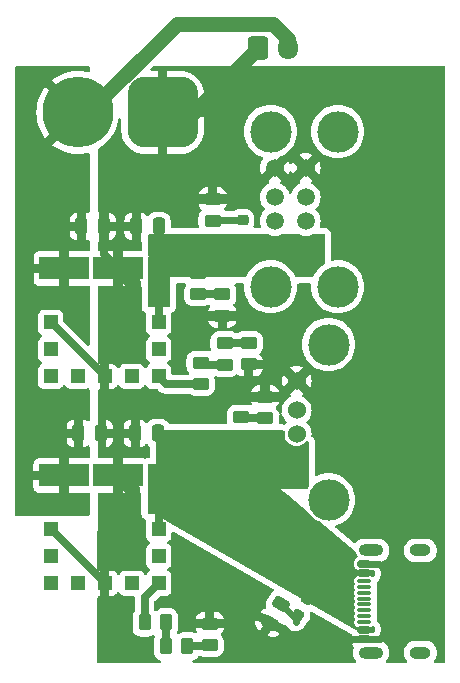
<source format=gbr>
%TF.GenerationSoftware,KiCad,Pcbnew,8.0.3*%
%TF.CreationDate,2024-06-18T09:05:38+09:00*%
%TF.ProjectId,USB_power,5553425f-706f-4776-9572-2e6b69636164,rev?*%
%TF.SameCoordinates,PX79d7e50PY830c570*%
%TF.FileFunction,Copper,L1,Top*%
%TF.FilePolarity,Positive*%
%FSLAX46Y46*%
G04 Gerber Fmt 4.6, Leading zero omitted, Abs format (unit mm)*
G04 Created by KiCad (PCBNEW 8.0.3) date 2024-06-18 09:05:38*
%MOMM*%
%LPD*%
G01*
G04 APERTURE LIST*
G04 Aperture macros list*
%AMRoundRect*
0 Rectangle with rounded corners*
0 $1 Rounding radius*
0 $2 $3 $4 $5 $6 $7 $8 $9 X,Y pos of 4 corners*
0 Add a 4 corners polygon primitive as box body*
4,1,4,$2,$3,$4,$5,$6,$7,$8,$9,$2,$3,0*
0 Add four circle primitives for the rounded corners*
1,1,$1+$1,$2,$3*
1,1,$1+$1,$4,$5*
1,1,$1+$1,$6,$7*
1,1,$1+$1,$8,$9*
0 Add four rect primitives between the rounded corners*
20,1,$1+$1,$2,$3,$4,$5,0*
20,1,$1+$1,$4,$5,$6,$7,0*
20,1,$1+$1,$6,$7,$8,$9,0*
20,1,$1+$1,$8,$9,$2,$3,0*%
G04 Aperture macros list end*
%TA.AperFunction,SMDPad,CuDef*%
%ADD10RoundRect,0.250000X-0.450000X0.262500X-0.450000X-0.262500X0.450000X-0.262500X0.450000X0.262500X0*%
%TD*%
%TA.AperFunction,SMDPad,CuDef*%
%ADD11RoundRect,0.250000X-0.262500X-0.450000X0.262500X-0.450000X0.262500X0.450000X-0.262500X0.450000X0*%
%TD*%
%TA.AperFunction,ComponentPad*%
%ADD12R,1.524000X1.524000*%
%TD*%
%TA.AperFunction,ComponentPad*%
%ADD13C,1.524000*%
%TD*%
%TA.AperFunction,ComponentPad*%
%ADD14C,3.500000*%
%TD*%
%TA.AperFunction,SMDPad,CuDef*%
%ADD15RoundRect,0.250000X0.450000X-0.262500X0.450000X0.262500X-0.450000X0.262500X-0.450000X-0.262500X0*%
%TD*%
%TA.AperFunction,SMDPad,CuDef*%
%ADD16RoundRect,0.150000X0.425000X-0.150000X0.425000X0.150000X-0.425000X0.150000X-0.425000X-0.150000X0*%
%TD*%
%TA.AperFunction,SMDPad,CuDef*%
%ADD17RoundRect,0.075000X0.500000X-0.075000X0.500000X0.075000X-0.500000X0.075000X-0.500000X-0.075000X0*%
%TD*%
%TA.AperFunction,ComponentPad*%
%ADD18O,2.100000X1.000000*%
%TD*%
%TA.AperFunction,ComponentPad*%
%ADD19O,1.800000X1.000000*%
%TD*%
%TA.AperFunction,SMDPad,CuDef*%
%ADD20RoundRect,0.250000X-0.250000X-0.475000X0.250000X-0.475000X0.250000X0.475000X-0.250000X0.475000X0*%
%TD*%
%TA.AperFunction,SMDPad,CuDef*%
%ADD21RoundRect,0.250000X0.250000X0.475000X-0.250000X0.475000X-0.250000X-0.475000X0.250000X-0.475000X0*%
%TD*%
%TA.AperFunction,SMDPad,CuDef*%
%ADD22RoundRect,0.218750X0.112544X-0.317568X0.331294X0.061318X-0.112544X0.317568X-0.331294X-0.061318X0*%
%TD*%
%TA.AperFunction,SMDPad,CuDef*%
%ADD23R,1.143000X1.143000*%
%TD*%
%TA.AperFunction,SMDPad,CuDef*%
%ADD24R,4.191000X1.905000*%
%TD*%
%TA.AperFunction,SMDPad,CuDef*%
%ADD25R,1.905000X4.191000*%
%TD*%
%TA.AperFunction,SMDPad,CuDef*%
%ADD26RoundRect,0.250000X-0.258461X0.452332X-0.520961X-0.002332X0.258461X-0.452332X0.520961X0.002332X0*%
%TD*%
%TA.AperFunction,ComponentPad*%
%ADD27RoundRect,0.250000X-0.600000X-0.725000X0.600000X-0.725000X0.600000X0.725000X-0.600000X0.725000X0*%
%TD*%
%TA.AperFunction,ComponentPad*%
%ADD28O,1.700000X1.950000*%
%TD*%
%TA.AperFunction,ComponentPad*%
%ADD29R,1.500000X1.500000*%
%TD*%
%TA.AperFunction,ComponentPad*%
%ADD30C,1.500000*%
%TD*%
%TA.AperFunction,ComponentPad*%
%ADD31RoundRect,1.500000X1.500000X1.500000X-1.500000X1.500000X-1.500000X-1.500000X1.500000X-1.500000X0*%
%TD*%
%TA.AperFunction,ComponentPad*%
%ADD32C,6.000000*%
%TD*%
%TA.AperFunction,SMDPad,CuDef*%
%ADD33RoundRect,0.218750X-0.256250X0.218750X-0.256250X-0.218750X0.256250X-0.218750X0.256250X0.218750X0*%
%TD*%
%TA.AperFunction,ViaPad*%
%ADD34C,0.600000*%
%TD*%
%TA.AperFunction,ViaPad*%
%ADD35C,1.200000*%
%TD*%
%TA.AperFunction,Conductor*%
%ADD36C,0.600000*%
%TD*%
%TA.AperFunction,Conductor*%
%ADD37C,0.635000*%
%TD*%
%TA.AperFunction,Conductor*%
%ADD38C,1.270000*%
%TD*%
G04 APERTURE END LIST*
D10*
%TO.P,R9,1*%
%TO.N,+5VP*%
X21138318Y40536500D03*
%TO.P,R9,2*%
%TO.N,Net-(R10-Pad1)*%
X21138318Y38711500D03*
%TD*%
D11*
%TO.P,R2,1*%
%TO.N,Net-(R1-Pad2)*%
X18391500Y8890000D03*
%TO.P,R2,2*%
%TO.N,Net-(R2-Pad2)*%
X20216500Y8890000D03*
%TD*%
%TO.P,R1,1*%
%TO.N,Net-(MD1-TRIM)*%
X16590000Y10922000D03*
%TO.P,R1,2*%
%TO.N,Net-(R1-Pad2)*%
X18415000Y10922000D03*
%TD*%
D12*
%TO.P,J5,1,VBUS*%
%TO.N,+5V*%
X29457018Y24378482D03*
D13*
%TO.P,J5,2,D-*%
%TO.N,unconnected-(J5-D--Pad2)*%
X29457018Y26878482D03*
%TO.P,J5,3,D+*%
%TO.N,unconnected-(J5-D+-Pad3)*%
X29457018Y28878482D03*
%TO.P,J5,4,GND*%
%TO.N,GND*%
X29457018Y31378482D03*
D14*
%TO.P,J5,5,Shield*%
%TO.N,unconnected-(J5-Shield-Pad5)_0*%
X32167018Y21308482D03*
%TO.N,unconnected-(J5-Shield-Pad5)*%
X32167018Y34448482D03*
%TD*%
D15*
%TO.P,R7,1*%
%TO.N,Net-(R6-Pad2)*%
X23368000Y32742500D03*
%TO.P,R7,2*%
%TO.N,Net-(R7-Pad2)*%
X23368000Y34567500D03*
%TD*%
D16*
%TO.P,J4,A1,GND*%
%TO.N,GND*%
X35187518Y9494482D03*
%TO.P,J4,A4,VBUS*%
%TO.N,+5V*%
X35187518Y10294482D03*
D17*
%TO.P,J4,A5,CC1*%
%TO.N,unconnected-(J4-CC1-PadA5)*%
X35187518Y11444482D03*
%TO.P,J4,A6,D+*%
%TO.N,unconnected-(J4-D+-PadA6)*%
X35187518Y12444482D03*
%TO.P,J4,A7,D-*%
%TO.N,unconnected-(J4-D--PadA7)*%
X35187518Y12944482D03*
%TO.P,J4,A8,SBU1*%
%TO.N,unconnected-(J4-SBU1-PadA8)*%
X35187518Y13944482D03*
D16*
%TO.P,J4,A9,VBUS*%
%TO.N,+5V*%
X35187518Y15094482D03*
%TO.P,J4,A12,GND*%
%TO.N,GND*%
X35187518Y15894482D03*
%TO.P,J4,B1,GND*%
X35187518Y15894482D03*
%TO.P,J4,B4,VBUS*%
%TO.N,+5V*%
X35187518Y15094482D03*
D17*
%TO.P,J4,B5,CC2*%
%TO.N,unconnected-(J4-CC2-PadB5)*%
X35187518Y14444482D03*
%TO.P,J4,B6,D+*%
%TO.N,unconnected-(J4-D+-PadB6)*%
X35187518Y13444482D03*
%TO.P,J4,B7,D-*%
%TO.N,unconnected-(J4-D--PadB7)*%
X35187518Y11944482D03*
%TO.P,J4,B8,SBU2*%
%TO.N,unconnected-(J4-SBU2-PadB8)*%
X35187518Y10944482D03*
D16*
%TO.P,J4,B9,VBUS*%
%TO.N,+5V*%
X35187518Y10294482D03*
%TO.P,J4,B12,GND*%
%TO.N,GND*%
X35187518Y9494482D03*
D18*
%TO.P,J4,S1,SHIELD*%
%TO.N,unconnected-(J4-SHIELD-PadS1)_2*%
X35762518Y8374482D03*
D19*
%TO.N,unconnected-(J4-SHIELD-PadS1)_0*%
X39942518Y8374482D03*
D18*
%TO.N,unconnected-(J4-SHIELD-PadS1)*%
X35762518Y17014482D03*
D19*
%TO.N,unconnected-(J4-SHIELD-PadS1)_1*%
X39942518Y17014482D03*
%TD*%
D20*
%TO.P,C1,1*%
%TO.N,+BATT*%
X10988000Y26924000D03*
%TO.P,C1,2*%
%TO.N,GND*%
X12888000Y26924000D03*
%TD*%
D21*
%TO.P,C10,1*%
%TO.N,+5VP*%
X17785518Y44444482D03*
%TO.P,C10,2*%
%TO.N,GND*%
X15885518Y44444482D03*
%TD*%
D10*
%TO.P,R10,1*%
%TO.N,Net-(R10-Pad1)*%
X23170318Y38709600D03*
%TO.P,R10,2*%
%TO.N,GND*%
X23170318Y36884600D03*
%TD*%
D22*
%TO.P,D1,1,K*%
%TO.N,Net-(D1-K)*%
X29578249Y11510004D03*
%TO.P,D1,2,A*%
%TO.N,+5V*%
X30365751Y12873996D03*
%TD*%
D23*
%TO.P,MD2,1,~{ON}/OFF_CONTROL*%
%TO.N,GND*%
X8641518Y36316482D03*
D24*
%TO.P,MD2,2,VIN*%
%TO.N,+BATT*%
X9784518Y40888482D03*
%TO.P,MD2,3,1_GROUND*%
%TO.N,GND*%
X14356518Y40888482D03*
D25*
%TO.P,MD2,4,VOUT*%
%TO.N,+5VP*%
X17785518Y39745482D03*
D23*
%TO.P,MD2,5,SENSE*%
X17785518Y36316482D03*
%TO.P,MD2,6,TRIM*%
%TO.N,Net-(MD2-TRIM)*%
X17785518Y31744482D03*
%TO.P,MD2,7,2_GROUND*%
%TO.N,GND*%
X13213518Y31744482D03*
%TO.P,MD2,8,1_NC*%
%TO.N,unconnected-(MD2-1_NC-Pad8)*%
X10927518Y31744482D03*
%TO.P,MD2,9,2_NC*%
%TO.N,unconnected-(MD2-2_NC-Pad9)*%
X8641518Y31744482D03*
%TO.P,MD2,10,POWER_GOOD_OUT*%
%TO.N,unconnected-(MD2-POWER_GOOD_OUT-Pad10)*%
X8641518Y34030482D03*
%TO.P,MD2,11,3_NC*%
%TO.N,unconnected-(MD2-3_NC-Pad11)*%
X17785518Y34030482D03*
%TO.P,MD2,12,4_NC*%
%TO.N,unconnected-(MD2-4_NC-Pad12)*%
X15499518Y31744482D03*
%TD*%
D26*
%TO.P,R11,1*%
%TO.N,Net-(D1-K)*%
X28142250Y12474248D03*
%TO.P,R11,2*%
%TO.N,GND*%
X27229750Y10893752D03*
%TD*%
D27*
%TO.P,J3,1,Pin_1*%
%TO.N,GND*%
X26207518Y59557482D03*
D28*
%TO.P,J3,2,Pin_2*%
%TO.N,+BATT*%
X28707518Y59557482D03*
%TD*%
D21*
%TO.P,C5,1*%
%TO.N,+5V*%
X17714000Y26924000D03*
%TO.P,C5,2*%
%TO.N,GND*%
X15814000Y26924000D03*
%TD*%
D29*
%TO.P,J2,1,VBUS1*%
%TO.N,+5VP*%
X30231518Y42412482D03*
D30*
%TO.P,J2,2,D1-*%
%TO.N,unconnected-(J2-D1--Pad2)*%
X30231518Y44912482D03*
%TO.P,J2,3,D1+*%
%TO.N,unconnected-(J2-D1+-Pad3)*%
X30231518Y46912482D03*
%TO.P,J2,4,GND1*%
%TO.N,GND*%
X30231518Y49412482D03*
%TO.P,J2,5,VBUS2*%
%TO.N,+5VP*%
X27611518Y42412482D03*
%TO.P,J2,6,D2-*%
%TO.N,unconnected-(J2-D2--Pad6)*%
X27611518Y44912482D03*
%TO.P,J2,7,D2+*%
%TO.N,unconnected-(J2-D2+-Pad7)*%
X27611518Y46912482D03*
%TO.P,J2,8,GND2*%
%TO.N,GND*%
X27611518Y49412482D03*
D14*
%TO.P,J2,9,Shield*%
%TO.N,unconnected-(J2-Shield-Pad9)*%
X32941518Y39342482D03*
%TO.N,unconnected-(J2-Shield-Pad9)_1*%
X32941518Y52482482D03*
%TO.N,unconnected-(J2-Shield-Pad9)_0*%
X27261518Y39342482D03*
%TO.N,unconnected-(J2-Shield-Pad9)_2*%
X27261518Y52482482D03*
%TD*%
D23*
%TO.P,MD1,1,~{ON}/OFF_CONTROL*%
%TO.N,GND*%
X8636000Y18796000D03*
D24*
%TO.P,MD1,2,VIN*%
%TO.N,+BATT*%
X9779000Y23368000D03*
%TO.P,MD1,3,1_GROUND*%
%TO.N,GND*%
X14351000Y23368000D03*
D25*
%TO.P,MD1,4,VOUT*%
%TO.N,+5V*%
X17780000Y22225000D03*
D23*
%TO.P,MD1,5,SENSE*%
X17780000Y18796000D03*
%TO.P,MD1,6,TRIM*%
%TO.N,Net-(MD1-TRIM)*%
X17780000Y14224000D03*
%TO.P,MD1,7,2_GROUND*%
%TO.N,GND*%
X13208000Y14224000D03*
%TO.P,MD1,8,1_NC*%
%TO.N,unconnected-(MD1-1_NC-Pad8)*%
X10922000Y14224000D03*
%TO.P,MD1,9,2_NC*%
%TO.N,unconnected-(MD1-2_NC-Pad9)*%
X8636000Y14224000D03*
%TO.P,MD1,10,POWER_GOOD_OUT*%
%TO.N,unconnected-(MD1-POWER_GOOD_OUT-Pad10)*%
X8636000Y16510000D03*
%TO.P,MD1,11,3_NC*%
%TO.N,unconnected-(MD1-3_NC-Pad11)*%
X17780000Y16510000D03*
%TO.P,MD1,12,4_NC*%
%TO.N,unconnected-(MD1-4_NC-Pad12)*%
X15494000Y14224000D03*
%TD*%
D15*
%TO.P,R4,1*%
%TO.N,+5V*%
X24765000Y26519500D03*
%TO.P,R4,2*%
%TO.N,Net-(R4-Pad2)*%
X24765000Y28344500D03*
%TD*%
%TO.P,R5,1*%
%TO.N,Net-(R4-Pad2)*%
X26797000Y28194000D03*
%TO.P,R5,2*%
%TO.N,GND*%
X26797000Y30019000D03*
%TD*%
D31*
%TO.P,J1,1,Pin_1*%
%TO.N,GND*%
X18127518Y54096482D03*
D32*
%TO.P,J1,2,Pin_2*%
%TO.N,+BATT*%
X10927518Y54096482D03*
%TD*%
D33*
%TO.P,D2,1,K*%
%TO.N,Net-(D2-K)*%
X24892000Y44983500D03*
%TO.P,D2,2,A*%
%TO.N,+5VP*%
X24892000Y43408500D03*
%TD*%
D15*
%TO.P,R3,2*%
%TO.N,GND*%
X22098000Y10818500D03*
%TO.P,R3,1*%
%TO.N,Net-(R2-Pad2)*%
X22098000Y8993500D03*
%TD*%
%TO.P,R6,2*%
%TO.N,Net-(R6-Pad2)*%
X21336000Y32916500D03*
%TO.P,R6,1*%
%TO.N,Net-(MD2-TRIM)*%
X21336000Y31091500D03*
%TD*%
D10*
%TO.P,R8,1*%
%TO.N,Net-(R7-Pad2)*%
X25400000Y34585482D03*
%TO.P,R8,2*%
%TO.N,GND*%
X25400000Y32760482D03*
%TD*%
D15*
%TO.P,R12,1*%
%TO.N,Net-(D2-K)*%
X22352000Y44934500D03*
%TO.P,R12,2*%
%TO.N,GND*%
X22352000Y46759500D03*
%TD*%
D20*
%TO.P,C2,1*%
%TO.N,+BATT*%
X11247518Y44444482D03*
%TO.P,C2,2*%
%TO.N,GND*%
X13147518Y44444482D03*
%TD*%
D34*
%TO.N,+BATT*%
X10922000Y38862000D03*
X9144000Y38862000D03*
X7366000Y38862000D03*
%TO.N,GND*%
X25654000Y11430000D03*
X20574000Y11430000D03*
X25654000Y13970000D03*
X23114000Y13970000D03*
X20574000Y13970000D03*
X20574000Y16510000D03*
%TO.N,+BATT*%
X10922000Y21082000D03*
X9144000Y21082000D03*
X7366000Y21082000D03*
X7112000Y25908000D03*
X7112000Y27178000D03*
%TO.N,+5V*%
X30734000Y14478000D03*
X28194000Y14478000D03*
X30734000Y17018000D03*
X28194000Y17018000D03*
X25654000Y17018000D03*
X25654000Y19558000D03*
X23114000Y19558000D03*
X20574000Y19558000D03*
X25654000Y22098000D03*
X23114000Y22098000D03*
X20574000Y22098000D03*
X25654000Y24638000D03*
X23114000Y24638000D03*
X20574000Y24638000D03*
%TO.N,+BATT*%
X9144000Y46228000D03*
X11176000Y46228000D03*
X7112000Y44196000D03*
X11176000Y48006000D03*
X9144000Y48006000D03*
X7112000Y46228000D03*
%TO.N,GND*%
X15626518Y38983482D03*
D35*
X38867518Y15107482D03*
D34*
X15494000Y19812000D03*
D35*
X37216518Y10154482D03*
D34*
X18293518Y28442482D03*
X15753518Y28442482D03*
D35*
X37191118Y15107482D03*
X38867518Y10154482D03*
X29723518Y8630482D03*
X40645518Y10154482D03*
D34*
X15626518Y35935482D03*
D35*
X33279518Y8630482D03*
X40645518Y15107482D03*
X31501518Y8630482D03*
D34*
X15494000Y21336000D03*
X15626518Y37459482D03*
D35*
%TO.N,+5V*%
X33274000Y11938000D03*
X33279518Y14345482D03*
D34*
%TO.N,+BATT*%
X11049000Y28442482D03*
%TO.N,GND*%
X15621000Y34544000D03*
X15494000Y18288000D03*
X15494000Y16764000D03*
%TD*%
D36*
%TO.N,GND*%
X37191118Y15107482D02*
X36404118Y15894482D01*
X36404118Y15894482D02*
X35187518Y15894482D01*
%TO.N,Net-(D1-K)*%
X28142250Y12474248D02*
X29376000Y11240498D01*
X29376000Y11240498D02*
X29376000Y10973756D01*
D37*
%TO.N,Net-(R7-Pad2)*%
X23368000Y34567500D02*
X25382018Y34567500D01*
X25382018Y34567500D02*
X25400000Y34585482D01*
%TO.N,Net-(R6-Pad2)*%
X21510000Y32742500D02*
X21336000Y32916500D01*
%TO.N,GND*%
X25405518Y32760482D02*
X25175018Y32760482D01*
%TO.N,Net-(R6-Pad2)*%
X23368000Y32742500D02*
X21510000Y32742500D01*
%TO.N,Net-(MD2-TRIM)*%
X18438500Y31091500D02*
X21336000Y31091500D01*
X17785518Y31744482D02*
X18438500Y31091500D01*
%TO.N,Net-(R4-Pad2)*%
X24915500Y28194000D02*
X24765000Y28344500D01*
X26797000Y28194000D02*
X24915500Y28194000D01*
%TO.N,Net-(R1-Pad2)*%
X18415000Y10922000D02*
X18415000Y8913500D01*
X18415000Y8913500D02*
X18391500Y8890000D01*
%TO.N,Net-(MD1-TRIM)*%
X16590000Y13034000D02*
X17780000Y14224000D01*
X16590000Y10922000D02*
X16590000Y13034000D01*
%TO.N,Net-(R2-Pad2)*%
X21994500Y8890000D02*
X22098000Y8993500D01*
X20216500Y8890000D02*
X21994500Y8890000D01*
%TO.N,GND*%
X8641518Y36316482D02*
X13213518Y31744482D01*
X8636000Y18796000D02*
X13208000Y14224000D01*
D36*
%TO.N,Net-(D2-K)*%
X22401000Y44983500D02*
X24892000Y44983500D01*
X22352000Y44934500D02*
X22401000Y44983500D01*
%TO.N,GND*%
X36556518Y9494482D02*
X35187518Y9494482D01*
D38*
X15494000Y21336000D02*
X15494000Y22225000D01*
D37*
X13147518Y42097482D02*
X14356518Y40888482D01*
X13213518Y31744482D02*
X13213518Y31871482D01*
D36*
X37191118Y15107482D02*
X37089118Y15005482D01*
D38*
X14356518Y40888482D02*
X15626518Y39618482D01*
D36*
X35187518Y9494482D02*
X34143518Y9494482D01*
X37216518Y10154482D02*
X36556518Y9494482D01*
D37*
X13208000Y14224000D02*
X13208000Y14414500D01*
D38*
X18127518Y54096482D02*
X20746518Y54096482D01*
X20746518Y54096482D02*
X26207518Y59557482D01*
X15626518Y39618482D02*
X15626518Y39364482D01*
X15626518Y37332482D02*
X15626518Y35808482D01*
D36*
X29723518Y8630482D02*
X33279518Y8630482D01*
D37*
X13147518Y44444482D02*
X13147518Y42097482D01*
D38*
X15626518Y38983482D02*
X15626518Y37332482D01*
X15626518Y39364482D02*
X15626518Y38983482D01*
X15494000Y19812000D02*
X15494000Y21336000D01*
X15494000Y22225000D02*
X14351000Y23368000D01*
D36*
X34143518Y9494482D02*
X33279518Y8630482D01*
D38*
%TO.N,+5V*%
X17780000Y23199000D02*
X17780000Y22225000D01*
D37*
X17780000Y26858000D02*
X17714000Y26924000D01*
D38*
%TO.N,+BATT*%
X28707518Y60319482D02*
X28707518Y59557482D01*
X11805482Y54096482D02*
X19298482Y61589482D01*
X19298482Y61589482D02*
X27437518Y61589482D01*
X10883518Y54096482D02*
X11805482Y54096482D01*
X27437518Y61589482D02*
X28707518Y60319482D01*
D37*
%TO.N,Net-(R10-Pad1)*%
X21138318Y38711500D02*
X23168418Y38711500D01*
X23168418Y38711500D02*
X23170318Y38709600D01*
%TO.N,+5VP*%
X17785518Y36316482D02*
X17785518Y39745482D01*
D38*
%TO.N,GND*%
X15626518Y35808482D02*
X15626518Y34411482D01*
X15494000Y18288000D02*
X15494000Y18351500D01*
X15494000Y18351500D02*
X15494000Y19812000D01*
X15494000Y18351500D02*
X15494000Y18351500D01*
X15494000Y16764000D02*
X15494000Y16891000D01*
X15494000Y16891000D02*
X15494000Y18288000D01*
X15494000Y16700500D02*
X15494000Y16764000D01*
D37*
%TO.N,+5V*%
X17780000Y18796000D02*
X17780000Y22225000D01*
%TD*%
%TA.AperFunction,Conductor*%
%TO.N,GND*%
G36*
X41993057Y58019315D02*
G01*
X42038812Y57966511D01*
X42050018Y57915000D01*
X42050018Y7616910D01*
X42030333Y7549871D01*
X41977529Y7504116D01*
X41926041Y7492910D01*
X41175113Y7492771D01*
X41108070Y7512443D01*
X41062305Y7565239D01*
X41052349Y7634395D01*
X41081362Y7697956D01*
X41087410Y7704453D01*
X41119654Y7736697D01*
X41119657Y7736700D01*
X41229150Y7900568D01*
X41304569Y8082647D01*
X41317150Y8145900D01*
X41343018Y8275939D01*
X41343018Y8473026D01*
X41304570Y8666312D01*
X41304569Y8666313D01*
X41304569Y8666317D01*
X41255203Y8785499D01*
X41229153Y8848390D01*
X41229146Y8848403D01*
X41119657Y9012264D01*
X41119654Y9012268D01*
X40980303Y9151619D01*
X40980299Y9151622D01*
X40816438Y9261111D01*
X40816425Y9261118D01*
X40634357Y9336532D01*
X40634347Y9336535D01*
X40441061Y9374982D01*
X40441059Y9374982D01*
X39443977Y9374982D01*
X39443975Y9374982D01*
X39250688Y9336535D01*
X39250678Y9336532D01*
X39068610Y9261118D01*
X39068597Y9261111D01*
X38904736Y9151622D01*
X38904732Y9151619D01*
X38765381Y9012268D01*
X38765378Y9012264D01*
X38655889Y8848403D01*
X38655882Y8848390D01*
X38580468Y8666322D01*
X38580465Y8666312D01*
X38542018Y8473026D01*
X38542018Y8473023D01*
X38542018Y8275941D01*
X38542018Y8275939D01*
X38542017Y8275939D01*
X38580465Y8082653D01*
X38580468Y8082643D01*
X38655882Y7900575D01*
X38655889Y7900562D01*
X38765378Y7736701D01*
X38765381Y7736697D01*
X38798082Y7703996D01*
X38831567Y7642673D01*
X38826583Y7572981D01*
X38784711Y7517048D01*
X38719247Y7492631D01*
X38710424Y7492315D01*
X37144368Y7492026D01*
X37077325Y7511698D01*
X37031560Y7564494D01*
X37021604Y7633650D01*
X37050617Y7697211D01*
X37056665Y7703708D01*
X37089654Y7736697D01*
X37089657Y7736700D01*
X37199150Y7900568D01*
X37274569Y8082647D01*
X37287150Y8145900D01*
X37313018Y8275939D01*
X37313018Y8473026D01*
X37274570Y8666312D01*
X37274569Y8666313D01*
X37274569Y8666317D01*
X37225203Y8785499D01*
X37199153Y8848390D01*
X37199146Y8848403D01*
X37089657Y9012264D01*
X37089654Y9012268D01*
X36950303Y9151619D01*
X36950299Y9151622D01*
X36786438Y9261111D01*
X36786425Y9261118D01*
X36604357Y9336532D01*
X36604347Y9336535D01*
X36411061Y9374982D01*
X36411059Y9374982D01*
X36283324Y9374982D01*
X36216285Y9394667D01*
X36170530Y9447471D01*
X36160586Y9516629D01*
X36189611Y9580185D01*
X36216284Y9603297D01*
X36326543Y9674157D01*
X36379347Y9719912D01*
X36473567Y9828646D01*
X36533338Y9959523D01*
X36553023Y10026562D01*
X36553024Y10026566D01*
X36573500Y10168982D01*
X36573500Y10494206D01*
X36559712Y10611464D01*
X36546368Y10667421D01*
X36505758Y10778280D01*
X36423217Y10896130D01*
X36375398Y10947072D01*
X36375397Y10947073D01*
X36375396Y10947074D01*
X36305017Y11003317D01*
X36264935Y11060546D01*
X36259490Y11084000D01*
X36247144Y11177777D01*
X36250207Y11178181D01*
X36250207Y11210784D01*
X36247144Y11211187D01*
X36248205Y11219246D01*
X36263018Y11331762D01*
X36263018Y11557202D01*
X36248205Y11669718D01*
X36248204Y11669719D01*
X36247144Y11677777D01*
X36250207Y11678181D01*
X36250207Y11710784D01*
X36247144Y11711187D01*
X36251961Y11747777D01*
X36263018Y11831762D01*
X36263018Y12057202D01*
X36248205Y12169718D01*
X36248204Y12169719D01*
X36247144Y12177777D01*
X36250207Y12178181D01*
X36250207Y12210784D01*
X36247144Y12211187D01*
X36250144Y12233976D01*
X36263018Y12331762D01*
X36263018Y12557202D01*
X36248205Y12669718D01*
X36248204Y12669719D01*
X36247144Y12677777D01*
X36250207Y12678181D01*
X36250207Y12710784D01*
X36247144Y12711187D01*
X36259344Y12803858D01*
X36263018Y12831762D01*
X36263018Y13057202D01*
X36248205Y13169718D01*
X36248204Y13169719D01*
X36247144Y13177777D01*
X36250207Y13178181D01*
X36250207Y13210784D01*
X36247144Y13211187D01*
X36248205Y13219246D01*
X36263018Y13331762D01*
X36263018Y13557202D01*
X36248205Y13669718D01*
X36248204Y13669719D01*
X36247144Y13677777D01*
X36250207Y13678181D01*
X36250207Y13710784D01*
X36247144Y13711187D01*
X36248205Y13719246D01*
X36263018Y13831762D01*
X36263018Y14057202D01*
X36248205Y14169718D01*
X36248204Y14169719D01*
X36247144Y14177777D01*
X36250207Y14178181D01*
X36250207Y14210783D01*
X36247144Y14211186D01*
X36248886Y14224425D01*
X36259443Y14304608D01*
X36287708Y14368502D01*
X36315338Y14392734D01*
X36326543Y14399934D01*
X36379347Y14445689D01*
X36473567Y14554423D01*
X36533338Y14685300D01*
X36553023Y14752339D01*
X36553024Y14752343D01*
X36573500Y14894759D01*
X36573500Y15219982D01*
X36561947Y15327438D01*
X36550741Y15378949D01*
X36537145Y15419798D01*
X36516616Y15481480D01*
X36516613Y15481486D01*
X36508116Y15494707D01*
X36438825Y15602525D01*
X36438820Y15602531D01*
X36393076Y15655323D01*
X36393072Y15655326D01*
X36393070Y15655329D01*
X36284336Y15749549D01*
X36284334Y15749550D01*
X36284333Y15749551D01*
X36223817Y15777188D01*
X36171014Y15822944D01*
X36151330Y15889983D01*
X36171015Y15957022D01*
X36223820Y16002777D01*
X36275330Y16013982D01*
X36411061Y16013982D01*
X36541100Y16039850D01*
X36604353Y16052431D01*
X36786432Y16127850D01*
X36950300Y16237343D01*
X37089657Y16376700D01*
X37199150Y16540568D01*
X37274569Y16722647D01*
X37313018Y16915939D01*
X38542017Y16915939D01*
X38580465Y16722653D01*
X38580468Y16722643D01*
X38655882Y16540575D01*
X38655889Y16540562D01*
X38765378Y16376701D01*
X38765381Y16376697D01*
X38904732Y16237346D01*
X38904736Y16237343D01*
X39068597Y16127854D01*
X39068610Y16127847D01*
X39250678Y16052433D01*
X39250683Y16052431D01*
X39250687Y16052431D01*
X39250688Y16052430D01*
X39443974Y16013982D01*
X39443977Y16013982D01*
X40441061Y16013982D01*
X40571100Y16039850D01*
X40634353Y16052431D01*
X40816432Y16127850D01*
X40980300Y16237343D01*
X41119657Y16376700D01*
X41229150Y16540568D01*
X41304569Y16722647D01*
X41343018Y16915941D01*
X41343018Y17113023D01*
X41343018Y17113026D01*
X41304570Y17306312D01*
X41304569Y17306313D01*
X41304569Y17306317D01*
X41297315Y17323831D01*
X41229153Y17488390D01*
X41229146Y17488403D01*
X41119657Y17652264D01*
X41119654Y17652268D01*
X40980303Y17791619D01*
X40980299Y17791622D01*
X40816438Y17901111D01*
X40816425Y17901118D01*
X40634357Y17976532D01*
X40634347Y17976535D01*
X40441061Y18014982D01*
X40441059Y18014982D01*
X39443977Y18014982D01*
X39443975Y18014982D01*
X39250688Y17976535D01*
X39250678Y17976532D01*
X39068610Y17901118D01*
X39068597Y17901111D01*
X38904736Y17791622D01*
X38904732Y17791619D01*
X38765381Y17652268D01*
X38765378Y17652264D01*
X38655889Y17488403D01*
X38655882Y17488390D01*
X38580468Y17306322D01*
X38580465Y17306312D01*
X38542018Y17113026D01*
X38542018Y17113023D01*
X38542018Y16915941D01*
X38542018Y16915939D01*
X38542017Y16915939D01*
X37313018Y16915939D01*
X37313018Y16915941D01*
X37313018Y17113023D01*
X37313018Y17113026D01*
X37274570Y17306312D01*
X37274569Y17306313D01*
X37274569Y17306317D01*
X37267315Y17323831D01*
X37199153Y17488390D01*
X37199146Y17488403D01*
X37089657Y17652264D01*
X37089654Y17652268D01*
X36950303Y17791619D01*
X36950299Y17791622D01*
X36786438Y17901111D01*
X36786425Y17901118D01*
X36604357Y17976532D01*
X36604347Y17976535D01*
X36411061Y18014982D01*
X36411059Y18014982D01*
X35113977Y18014982D01*
X35113975Y18014982D01*
X34920688Y17976535D01*
X34920678Y17976532D01*
X34738610Y17901118D01*
X34738597Y17901111D01*
X34574736Y17791622D01*
X34451214Y17668100D01*
X34389891Y17634616D01*
X34320199Y17639600D01*
X34283570Y17661009D01*
X32770101Y18937998D01*
X32731558Y18996273D01*
X32730640Y19066137D01*
X32767639Y19125407D01*
X32810204Y19150187D01*
X33030095Y19224830D01*
X33294683Y19355310D01*
X33539975Y19519209D01*
X33761776Y19713724D01*
X33956291Y19935525D01*
X34120190Y20180817D01*
X34250670Y20445405D01*
X34345499Y20724760D01*
X34403052Y21014102D01*
X34422347Y21308482D01*
X34422347Y21308490D01*
X34403053Y21602846D01*
X34403052Y21602862D01*
X34345499Y21892204D01*
X34250670Y22171559D01*
X34120190Y22436146D01*
X33956291Y22681439D01*
X33913673Y22730035D01*
X33761776Y22903241D01*
X33539973Y23097757D01*
X33294685Y23261653D01*
X33294678Y23261657D01*
X33030098Y23392133D01*
X32750748Y23486961D01*
X32750742Y23486963D01*
X32750740Y23486963D01*
X32461398Y23544516D01*
X32461391Y23544517D01*
X32461381Y23544518D01*
X32167025Y23563811D01*
X32167011Y23563811D01*
X31872654Y23544518D01*
X31872642Y23544517D01*
X31872638Y23544516D01*
X31872630Y23544515D01*
X31872627Y23544514D01*
X31583301Y23486964D01*
X31583287Y23486961D01*
X31303937Y23392133D01*
X31164344Y23323293D01*
X31095512Y23311297D01*
X31031121Y23338418D01*
X30991615Y23396047D01*
X30985500Y23434505D01*
X30985500Y26182432D01*
X30983683Y26225237D01*
X30981906Y26246145D01*
X30976470Y26288659D01*
X30932255Y26425569D01*
X30932253Y26425575D01*
X30901493Y26488420D01*
X30900754Y26489479D01*
X30820537Y26607243D01*
X30783949Y26637270D01*
X30759208Y26657575D01*
X30719874Y26715321D01*
X30714345Y26764236D01*
X30724341Y26878482D01*
X30724341Y26878485D01*
X30705088Y27098545D01*
X30705088Y27098550D01*
X30647912Y27311932D01*
X30554552Y27512143D01*
X30427844Y27693102D01*
X30427842Y27693105D01*
X30330145Y27790802D01*
X30296660Y27852125D01*
X30301644Y27921817D01*
X30330141Y27966160D01*
X30427844Y28063862D01*
X30554552Y28244820D01*
X30647912Y28445032D01*
X30705088Y28658414D01*
X30724341Y28878482D01*
X30720257Y28925158D01*
X30707091Y29075656D01*
X30705088Y29098550D01*
X30647912Y29311932D01*
X30554552Y29512143D01*
X30427844Y29693102D01*
X30271638Y29849308D01*
X30271634Y29849311D01*
X30271633Y29849312D01*
X30090684Y29976014D01*
X30090681Y29976016D01*
X30090680Y29976016D01*
X30042709Y29998386D01*
X30004126Y30016377D01*
X29951687Y30062550D01*
X29932535Y30129743D01*
X29952751Y30196624D01*
X30004127Y30241142D01*
X30020867Y30248948D01*
X29457019Y30812797D01*
X29457018Y30812797D01*
X28893166Y30248947D01*
X28909909Y30241140D01*
X28962348Y30194968D01*
X28981500Y30127774D01*
X28961284Y30060893D01*
X28909909Y30016376D01*
X28823358Y29976017D01*
X28823356Y29976016D01*
X28642395Y29849307D01*
X28486193Y29693105D01*
X28359484Y29512144D01*
X28359483Y29512142D01*
X28266125Y29311934D01*
X28266122Y29311928D01*
X28208948Y29098553D01*
X28208947Y29098545D01*
X28189695Y28878485D01*
X28189695Y28878480D01*
X28201947Y28738433D01*
X28188180Y28669933D01*
X28145258Y28625627D01*
X28202702Y28599393D01*
X28240476Y28540615D01*
X28241274Y28537773D01*
X28266121Y28445040D01*
X28266123Y28445036D01*
X28266124Y28445032D01*
X28359484Y28244820D01*
X28359486Y28244816D01*
X28486188Y28063867D01*
X28486193Y28063861D01*
X28583891Y27966163D01*
X28617376Y27904840D01*
X28612392Y27835148D01*
X28583892Y27790803D01*
X28535493Y27742403D01*
X28502343Y27709253D01*
X28441019Y27675769D01*
X28397017Y27674197D01*
X28332309Y27683500D01*
X28332306Y27683500D01*
X28114587Y27683500D01*
X28047548Y27703185D01*
X28001793Y27755989D01*
X27991229Y27820102D01*
X27997499Y27881482D01*
X27997500Y27881491D01*
X27997499Y28505681D01*
X28017183Y28572719D01*
X28058438Y28608468D01*
X28005693Y28627193D01*
X27962939Y28682455D01*
X27960713Y28688622D01*
X27937128Y28759797D01*
X27931814Y28775834D01*
X27839712Y28925156D01*
X27745695Y29019173D01*
X27712210Y29080496D01*
X27717194Y29150188D01*
X27745695Y29194536D01*
X27839317Y29288158D01*
X27931356Y29437376D01*
X27931358Y29437381D01*
X27986505Y29603803D01*
X27988058Y29619000D01*
X25605942Y29619000D01*
X25607494Y29603803D01*
X25654990Y29460471D01*
X25657392Y29390643D01*
X25621660Y29330601D01*
X25559140Y29299408D01*
X25498280Y29303761D01*
X25473634Y29311928D01*
X25367797Y29346999D01*
X25367795Y29347000D01*
X25265010Y29357500D01*
X24264998Y29357500D01*
X24264980Y29357499D01*
X24162203Y29347000D01*
X24162200Y29346999D01*
X23995668Y29291815D01*
X23995663Y29291813D01*
X23846342Y29199711D01*
X23722289Y29075658D01*
X23630187Y28926337D01*
X23630185Y28926332D01*
X23614330Y28878485D01*
X23575001Y28759797D01*
X23575001Y28759796D01*
X23575000Y28759796D01*
X23564500Y28657017D01*
X23564500Y28031999D01*
X23564501Y28031981D01*
X23575000Y27929204D01*
X23577448Y27921817D01*
X23602405Y27846504D01*
X23604807Y27776676D01*
X23569076Y27716634D01*
X23506555Y27685441D01*
X23484699Y27683500D01*
X18739507Y27683500D01*
X18672468Y27703185D01*
X18633968Y27742403D01*
X18621470Y27762666D01*
X18556712Y27867656D01*
X18432656Y27991712D01*
X18315682Y28063862D01*
X18283336Y28083813D01*
X18283331Y28083815D01*
X18281862Y28084302D01*
X18116797Y28138999D01*
X18116795Y28139000D01*
X18014010Y28149500D01*
X17413998Y28149500D01*
X17413980Y28149499D01*
X17311203Y28139000D01*
X17311200Y28138999D01*
X17144668Y28083815D01*
X17144663Y28083813D01*
X16995342Y27991711D01*
X16871288Y27867657D01*
X16871283Y27867651D01*
X16869241Y27864339D01*
X16867247Y27862547D01*
X16866807Y27861989D01*
X16866711Y27862065D01*
X16817291Y27817617D01*
X16748328Y27806398D01*
X16684247Y27834245D01*
X16658168Y27864344D01*
X16656319Y27867341D01*
X16656316Y27867345D01*
X16532345Y27991316D01*
X16383124Y28083357D01*
X16383119Y28083359D01*
X16216695Y28138506D01*
X16214000Y28138782D01*
X16214000Y25709220D01*
X16216694Y25709495D01*
X16216701Y25709496D01*
X16383119Y25764642D01*
X16383124Y25764644D01*
X16532345Y25856685D01*
X16656318Y25980658D01*
X16658165Y25983652D01*
X16659969Y25985276D01*
X16660798Y25986323D01*
X16660976Y25986182D01*
X16710110Y26030379D01*
X16779073Y26041604D01*
X16843156Y26013764D01*
X16869243Y25983659D01*
X16871288Y25980344D01*
X16871289Y25980343D01*
X16989699Y25861933D01*
X17023184Y25800610D01*
X17026018Y25774252D01*
X17026018Y24945000D01*
X17006333Y24877961D01*
X16953529Y24832206D01*
X16902019Y24821000D01*
X16779630Y24821000D01*
X16779623Y24820999D01*
X16720018Y24814592D01*
X16679616Y24799523D01*
X16609924Y24794540D01*
X16592952Y24799524D01*
X16553880Y24814097D01*
X16553872Y24814099D01*
X16494344Y24820500D01*
X14751000Y24820500D01*
X14751000Y21915500D01*
X16203001Y21915500D01*
X16270040Y21895815D01*
X16315795Y21843011D01*
X16327001Y21791500D01*
X16327001Y20081624D01*
X16333408Y20022017D01*
X16383702Y19887172D01*
X16383706Y19887165D01*
X16469952Y19771956D01*
X16469955Y19771953D01*
X16585164Y19685707D01*
X16585173Y19685702D01*
X16651438Y19660987D01*
X16707372Y19619116D01*
X16731790Y19553652D01*
X16724289Y19501474D01*
X16714408Y19474983D01*
X16708001Y19415384D01*
X16708000Y19415365D01*
X16708000Y18176630D01*
X16708001Y18176624D01*
X16714408Y18117017D01*
X16764702Y17982172D01*
X16764706Y17982165D01*
X16850952Y17866956D01*
X16850955Y17866953D01*
X16966164Y17780707D01*
X16966171Y17780703D01*
X16997060Y17769182D01*
X17052994Y17727311D01*
X17077411Y17661847D01*
X17062559Y17593574D01*
X17013154Y17544168D01*
X16997060Y17536818D01*
X16966171Y17525298D01*
X16966164Y17525294D01*
X16850955Y17439048D01*
X16850952Y17439045D01*
X16764706Y17323836D01*
X16764702Y17323829D01*
X16714408Y17188983D01*
X16708001Y17129384D01*
X16708001Y17129377D01*
X16708000Y17129365D01*
X16708000Y15890630D01*
X16708001Y15890624D01*
X16714408Y15831017D01*
X16764702Y15696172D01*
X16764706Y15696165D01*
X16850952Y15580956D01*
X16850955Y15580953D01*
X16966164Y15494707D01*
X16966171Y15494703D01*
X16997060Y15483182D01*
X17052994Y15441311D01*
X17077411Y15375847D01*
X17062559Y15307574D01*
X17013154Y15258168D01*
X16997060Y15250818D01*
X16966171Y15239298D01*
X16966164Y15239294D01*
X16850955Y15153048D01*
X16850952Y15153045D01*
X16764706Y15037836D01*
X16764702Y15037829D01*
X16753182Y15006940D01*
X16711311Y14951006D01*
X16645847Y14926589D01*
X16577574Y14941441D01*
X16528168Y14990846D01*
X16520818Y15006940D01*
X16509297Y15037829D01*
X16509293Y15037836D01*
X16423047Y15153045D01*
X16423044Y15153048D01*
X16307835Y15239294D01*
X16307828Y15239298D01*
X16172982Y15289592D01*
X16172983Y15289592D01*
X16113383Y15295999D01*
X16113381Y15296000D01*
X16113373Y15296000D01*
X16113364Y15296000D01*
X14874629Y15296000D01*
X14874623Y15295999D01*
X14815016Y15289592D01*
X14680171Y15239298D01*
X14680164Y15239294D01*
X14564955Y15153048D01*
X14564952Y15153045D01*
X14478706Y15037836D01*
X14478701Y15037826D01*
X14466914Y15006224D01*
X14425042Y14950291D01*
X14359578Y14925875D01*
X14291305Y14940727D01*
X14241900Y14990133D01*
X14234551Y15006226D01*
X14222854Y15037587D01*
X14222850Y15037594D01*
X14136690Y15152688D01*
X14136687Y15152691D01*
X14021593Y15238851D01*
X14021586Y15238855D01*
X13886879Y15289097D01*
X13886872Y15289099D01*
X13827344Y15295500D01*
X13608000Y15295500D01*
X13608000Y13152500D01*
X13827328Y13152500D01*
X13827344Y13152501D01*
X13886872Y13158902D01*
X13886879Y13158904D01*
X14021586Y13209146D01*
X14021593Y13209150D01*
X14136687Y13295310D01*
X14136690Y13295313D01*
X14222850Y13410407D01*
X14222855Y13410416D01*
X14234551Y13441774D01*
X14276421Y13497708D01*
X14341885Y13522126D01*
X14410158Y13507275D01*
X14459564Y13457870D01*
X14466915Y13441776D01*
X14478703Y13410170D01*
X14478706Y13410165D01*
X14564952Y13294956D01*
X14564955Y13294953D01*
X14680164Y13208707D01*
X14680171Y13208703D01*
X14815017Y13158409D01*
X14815016Y13158409D01*
X14821944Y13157665D01*
X14874627Y13152000D01*
X15648000Y13152001D01*
X15715039Y13132317D01*
X15760794Y13079513D01*
X15772000Y13028001D01*
X15772000Y11929230D01*
X15752315Y11862191D01*
X15735681Y11841549D01*
X15734789Y11840658D01*
X15642687Y11691337D01*
X15642685Y11691332D01*
X15636715Y11673316D01*
X15587501Y11524797D01*
X15587501Y11524796D01*
X15587500Y11524796D01*
X15577000Y11422017D01*
X15577000Y10421999D01*
X15577001Y10421981D01*
X15587500Y10319204D01*
X15587501Y10319201D01*
X15635863Y10173257D01*
X15642686Y10152666D01*
X15734788Y10003344D01*
X15858844Y9879288D01*
X16008166Y9787186D01*
X16174703Y9732001D01*
X16277491Y9721500D01*
X16902508Y9721501D01*
X16902516Y9721502D01*
X16902519Y9721502D01*
X16958802Y9727252D01*
X17005297Y9732001D01*
X17171834Y9787186D01*
X17293418Y9862180D01*
X17360809Y9880620D01*
X17427473Y9859698D01*
X17472243Y9806056D01*
X17480904Y9736725D01*
X17464054Y9691546D01*
X17444188Y9659339D01*
X17444186Y9659334D01*
X17389001Y9492797D01*
X17389001Y9492796D01*
X17389000Y9492796D01*
X17378500Y9390017D01*
X17378500Y8389999D01*
X17378501Y8389981D01*
X17389000Y8287204D01*
X17389001Y8287201D01*
X17438346Y8138290D01*
X17444186Y8120666D01*
X17536288Y7971344D01*
X17660344Y7847288D01*
X17809666Y7755186D01*
X17885185Y7730162D01*
X17942628Y7690391D01*
X17969452Y7625876D01*
X17957137Y7557100D01*
X17909595Y7505899D01*
X17846203Y7488457D01*
X12702839Y7487505D01*
X12635796Y7507177D01*
X12590031Y7559973D01*
X12578816Y7611800D01*
X12588589Y11678181D01*
X12591835Y13028798D01*
X12611681Y13095790D01*
X12664595Y13141418D01*
X12715835Y13152500D01*
X12808000Y13152500D01*
X12808000Y15295500D01*
X12721581Y15295500D01*
X12654542Y15315185D01*
X12608787Y15367989D01*
X12597581Y15419798D01*
X12612893Y21791798D01*
X12632739Y21858790D01*
X12685653Y21904418D01*
X12736893Y21915500D01*
X13951000Y21915500D01*
X13951000Y24820500D01*
X12744471Y24820500D01*
X12677432Y24840185D01*
X12631677Y24892989D01*
X12620471Y24944798D01*
X12621081Y25198995D01*
X12622307Y25709220D01*
X13288000Y25709220D01*
X13290694Y25709495D01*
X13290701Y25709496D01*
X13457119Y25764642D01*
X13457124Y25764644D01*
X13606345Y25856685D01*
X13730315Y25980655D01*
X13822356Y26129876D01*
X13822358Y26129881D01*
X13877505Y26296303D01*
X13877506Y26296310D01*
X13887999Y26399014D01*
X14814001Y26399014D01*
X14824494Y26296303D01*
X14879641Y26129881D01*
X14879643Y26129876D01*
X14971684Y25980655D01*
X15095654Y25856685D01*
X15244875Y25764644D01*
X15244880Y25764642D01*
X15411298Y25709496D01*
X15411305Y25709495D01*
X15414000Y25709220D01*
X15414000Y26524000D01*
X14814001Y26524000D01*
X14814001Y26399014D01*
X13887999Y26399014D01*
X13888000Y26399027D01*
X13888000Y26524000D01*
X13288000Y26524000D01*
X13288000Y25709220D01*
X12622307Y25709220D01*
X12626188Y27324000D01*
X13288000Y27324000D01*
X13887999Y27324000D01*
X13887999Y27448972D01*
X13887998Y27448987D01*
X14814000Y27448987D01*
X14814000Y27324000D01*
X15414000Y27324000D01*
X15414000Y28138782D01*
X15413999Y28138782D01*
X15411305Y28138506D01*
X15411303Y28138506D01*
X15244880Y28083359D01*
X15244875Y28083357D01*
X15095654Y27991316D01*
X14971684Y27867346D01*
X14879643Y27718125D01*
X14879641Y27718120D01*
X14824494Y27551698D01*
X14824493Y27551691D01*
X14814000Y27448987D01*
X13887998Y27448987D01*
X13877505Y27551698D01*
X13822358Y27718120D01*
X13822356Y27718125D01*
X13730315Y27867346D01*
X13606345Y27991316D01*
X13457124Y28083357D01*
X13457119Y28083359D01*
X13290695Y28138506D01*
X13288000Y28138782D01*
X13288000Y27324000D01*
X12626188Y27324000D01*
X12633091Y30196624D01*
X12633939Y30549280D01*
X12653785Y30616272D01*
X12706699Y30661900D01*
X12757939Y30672982D01*
X12813518Y30672982D01*
X12813518Y32815982D01*
X13613518Y32815982D01*
X13613518Y30672982D01*
X13832846Y30672982D01*
X13832862Y30672983D01*
X13892390Y30679384D01*
X13892397Y30679386D01*
X14027104Y30729628D01*
X14027111Y30729632D01*
X14142205Y30815792D01*
X14142208Y30815795D01*
X14228368Y30930889D01*
X14228373Y30930898D01*
X14240069Y30962256D01*
X14281939Y31018190D01*
X14347403Y31042608D01*
X14415676Y31027757D01*
X14465082Y30978352D01*
X14472433Y30962258D01*
X14484221Y30930652D01*
X14484224Y30930647D01*
X14570470Y30815438D01*
X14570473Y30815435D01*
X14685682Y30729189D01*
X14685689Y30729185D01*
X14820535Y30678891D01*
X14820534Y30678891D01*
X14827462Y30678147D01*
X14880145Y30672482D01*
X16118890Y30672483D01*
X16178501Y30678891D01*
X16313349Y30729186D01*
X16428564Y30815436D01*
X16514814Y30930651D01*
X16526336Y30961542D01*
X16568206Y31017476D01*
X16633670Y31041894D01*
X16701943Y31027043D01*
X16751349Y30977638D01*
X16758700Y30961542D01*
X16770219Y30930656D01*
X16770224Y30930647D01*
X16856470Y30815438D01*
X16856473Y30815435D01*
X16971682Y30729189D01*
X16971689Y30729185D01*
X17016636Y30712421D01*
X17106535Y30678891D01*
X17166145Y30672482D01*
X17649327Y30672483D01*
X17716366Y30652799D01*
X17737008Y30636164D01*
X17917051Y30456121D01*
X17917055Y30456118D01*
X18051032Y30366597D01*
X18125463Y30335768D01*
X18125464Y30335767D01*
X18125465Y30335767D01*
X18199898Y30304935D01*
X18357929Y30273501D01*
X18357933Y30273500D01*
X18357934Y30273500D01*
X18519066Y30273500D01*
X20328770Y30273500D01*
X20395809Y30253815D01*
X20416451Y30237181D01*
X20417344Y30236288D01*
X20566666Y30144186D01*
X20733203Y30089001D01*
X20835991Y30078500D01*
X21836008Y30078501D01*
X21836016Y30078502D01*
X21836019Y30078502D01*
X21892302Y30084252D01*
X21938797Y30089001D01*
X22105334Y30144186D01*
X22254656Y30236288D01*
X22378712Y30360344D01*
X22414892Y30419001D01*
X25605941Y30419001D01*
X25605942Y30419000D01*
X26397000Y30419000D01*
X27197000Y30419000D01*
X27988058Y30419000D01*
X27988058Y30419001D01*
X27986505Y30434198D01*
X27931358Y30600620D01*
X27931356Y30600625D01*
X27839315Y30749846D01*
X27715345Y30873816D01*
X27566124Y30965857D01*
X27566119Y30965859D01*
X27399697Y31021006D01*
X27399690Y31021007D01*
X27296986Y31031500D01*
X27197000Y31031500D01*
X27197000Y30419000D01*
X26397000Y30419000D01*
X26397000Y31031501D01*
X26297028Y31031500D01*
X26297012Y31031499D01*
X26194302Y31021006D01*
X26027880Y30965859D01*
X26027875Y30965857D01*
X25878654Y30873816D01*
X25754684Y30749846D01*
X25662643Y30600625D01*
X25662641Y30600620D01*
X25607494Y30434198D01*
X25605941Y30419001D01*
X22414892Y30419001D01*
X22470814Y30509666D01*
X22525999Y30676203D01*
X22536500Y30778991D01*
X22536499Y31378483D01*
X28190197Y31378483D01*
X28190197Y31378482D01*
X28209442Y31158506D01*
X28209444Y31158496D01*
X28266593Y30945212D01*
X28266598Y30945198D01*
X28327481Y30814632D01*
X28327482Y30814632D01*
X28891333Y31378482D01*
X28891333Y31378483D01*
X28830774Y31439042D01*
X28997018Y31439042D01*
X28997018Y31317922D01*
X29028367Y31200929D01*
X29088927Y31096036D01*
X29174572Y31010391D01*
X29279465Y30949831D01*
X29396458Y30918482D01*
X29517578Y30918482D01*
X29634571Y30949831D01*
X29739464Y31010391D01*
X29825109Y31096036D01*
X29885669Y31200929D01*
X29917018Y31317922D01*
X29917018Y31378483D01*
X30022703Y31378483D01*
X30022703Y31378482D01*
X30586552Y30814633D01*
X30647438Y30945203D01*
X30647442Y30945212D01*
X30704591Y31158496D01*
X30704593Y31158506D01*
X30723839Y31378482D01*
X30723839Y31378483D01*
X30704593Y31598459D01*
X30704591Y31598469D01*
X30647442Y31811753D01*
X30647438Y31811762D01*
X30586552Y31942333D01*
X30022703Y31378483D01*
X29917018Y31378483D01*
X29917018Y31439042D01*
X29885669Y31556035D01*
X29825109Y31660928D01*
X29739464Y31746573D01*
X29634571Y31807133D01*
X29517578Y31838482D01*
X29396458Y31838482D01*
X29279465Y31807133D01*
X29174572Y31746573D01*
X29088927Y31660928D01*
X29028367Y31556035D01*
X28997018Y31439042D01*
X28830774Y31439042D01*
X28327481Y31942334D01*
X28266594Y31811755D01*
X28209444Y31598469D01*
X28209442Y31598459D01*
X28190197Y31378483D01*
X22536499Y31378483D01*
X22536499Y31404008D01*
X22525999Y31506797D01*
X22487347Y31623439D01*
X22484946Y31693262D01*
X22520677Y31753305D01*
X22583197Y31784498D01*
X22644056Y31780146D01*
X22765203Y31740001D01*
X22867991Y31729500D01*
X23868008Y31729501D01*
X23868016Y31729502D01*
X23868019Y31729502D01*
X23924302Y31735252D01*
X23970797Y31740001D01*
X24137334Y31795186D01*
X24286656Y31887288D01*
X24305663Y31906296D01*
X24366981Y31939780D01*
X24436673Y31934799D01*
X24475671Y31909737D01*
X24475993Y31910143D01*
X24480133Y31906869D01*
X24481025Y31906296D01*
X24481654Y31905667D01*
X24630875Y31813626D01*
X24630880Y31813624D01*
X24797302Y31758477D01*
X24797309Y31758476D01*
X24900019Y31747983D01*
X25800000Y31747983D01*
X25899972Y31747983D01*
X25899986Y31747984D01*
X26002697Y31758477D01*
X26169119Y31813624D01*
X26169124Y31813626D01*
X26318345Y31905667D01*
X26442315Y32029637D01*
X26534356Y32178858D01*
X26534358Y32178863D01*
X26589505Y32345285D01*
X26591058Y32360482D01*
X25800000Y32360482D01*
X25800000Y31747983D01*
X24900019Y31747983D01*
X25000000Y31747984D01*
X25000000Y32508019D01*
X28893166Y32508019D01*
X29457018Y31944167D01*
X29457019Y31944167D01*
X30020868Y32508018D01*
X30020868Y32508019D01*
X29890302Y32568902D01*
X29890288Y32568907D01*
X29677004Y32626056D01*
X29676994Y32626058D01*
X29457019Y32645303D01*
X29457017Y32645303D01*
X29237041Y32626058D01*
X29237031Y32626056D01*
X29023745Y32568906D01*
X28893166Y32508019D01*
X25000000Y32508019D01*
X25000000Y33036482D01*
X25019685Y33103521D01*
X25072489Y33149276D01*
X25124000Y33160482D01*
X26591058Y33160482D01*
X26591058Y33160483D01*
X26589505Y33175680D01*
X26534358Y33342102D01*
X26534356Y33342107D01*
X26442315Y33491328D01*
X26348695Y33584948D01*
X26315210Y33646271D01*
X26320194Y33715963D01*
X26348691Y33760306D01*
X26442712Y33854326D01*
X26534814Y34003648D01*
X26589999Y34170185D01*
X26600500Y34272973D01*
X26600500Y34448490D01*
X29911689Y34448490D01*
X29911689Y34448475D01*
X29930982Y34154119D01*
X29930983Y34154109D01*
X29930984Y34154102D01*
X29980394Y33905696D01*
X29988536Y33864766D01*
X29988539Y33864752D01*
X30083367Y33585402D01*
X30213843Y33320822D01*
X30213847Y33320815D01*
X30377743Y33075527D01*
X30572259Y32853724D01*
X30794062Y32659208D01*
X31039350Y32495312D01*
X31039353Y32495310D01*
X31303941Y32364830D01*
X31583296Y32270001D01*
X31872638Y32212448D01*
X31900906Y32210596D01*
X32167011Y32193153D01*
X32167018Y32193153D01*
X32167025Y32193153D01*
X32402693Y32208601D01*
X32461398Y32212448D01*
X32750740Y32270001D01*
X33030095Y32364830D01*
X33294683Y32495310D01*
X33539975Y32659209D01*
X33761776Y32853724D01*
X33956291Y33075525D01*
X34120190Y33320817D01*
X34250670Y33585405D01*
X34345499Y33864760D01*
X34403052Y34154102D01*
X34422347Y34448482D01*
X34422347Y34448490D01*
X34403053Y34742846D01*
X34403052Y34742862D01*
X34345499Y35032204D01*
X34250670Y35311559D01*
X34120190Y35576146D01*
X34117281Y35580499D01*
X34039359Y35697118D01*
X33956291Y35821439D01*
X33854294Y35937744D01*
X33761776Y36043241D01*
X33539973Y36237757D01*
X33294685Y36401653D01*
X33294678Y36401657D01*
X33030098Y36532133D01*
X32750748Y36626961D01*
X32750742Y36626963D01*
X32750740Y36626963D01*
X32461398Y36684516D01*
X32461391Y36684517D01*
X32461381Y36684518D01*
X32167025Y36703811D01*
X32167011Y36703811D01*
X31872654Y36684518D01*
X31872642Y36684517D01*
X31872638Y36684516D01*
X31872630Y36684515D01*
X31872627Y36684514D01*
X31583301Y36626964D01*
X31583287Y36626961D01*
X31303937Y36532133D01*
X31039352Y36401654D01*
X30794059Y36237754D01*
X30572259Y36043241D01*
X30377746Y35821441D01*
X30213846Y35576148D01*
X30083367Y35311563D01*
X29988539Y35032213D01*
X29988536Y35032199D01*
X29930986Y34742873D01*
X29930982Y34742846D01*
X29911689Y34448490D01*
X26600500Y34448490D01*
X26600499Y34897990D01*
X26589999Y35000779D01*
X26534814Y35167316D01*
X26442712Y35316638D01*
X26318656Y35440694D01*
X26169334Y35532796D01*
X26002797Y35587981D01*
X26002795Y35587982D01*
X25900010Y35598482D01*
X24899998Y35598482D01*
X24899980Y35598481D01*
X24797203Y35587982D01*
X24797200Y35587981D01*
X24630668Y35532797D01*
X24630663Y35532795D01*
X24481342Y35440693D01*
X24462690Y35422040D01*
X24401367Y35388555D01*
X24331675Y35393539D01*
X24292632Y35418631D01*
X24292319Y35418234D01*
X24288277Y35421430D01*
X24287328Y35422040D01*
X24286657Y35422711D01*
X24286656Y35422712D01*
X24157060Y35502647D01*
X24137336Y35514813D01*
X24137331Y35514815D01*
X24135862Y35515302D01*
X23970797Y35569999D01*
X23970795Y35570000D01*
X23868010Y35580500D01*
X22867998Y35580500D01*
X22867980Y35580499D01*
X22765203Y35570000D01*
X22765200Y35569999D01*
X22598668Y35514815D01*
X22598663Y35514813D01*
X22449342Y35422711D01*
X22325289Y35298658D01*
X22233187Y35149337D01*
X22233186Y35149334D01*
X22178001Y34982797D01*
X22178001Y34982796D01*
X22178000Y34982796D01*
X22167500Y34880017D01*
X22167500Y34254999D01*
X22167501Y34254981D01*
X22178000Y34152204D01*
X22178001Y34152201D01*
X22216651Y34035566D01*
X22219053Y33965738D01*
X22183321Y33905696D01*
X22120801Y33874503D01*
X22059942Y33878856D01*
X21938799Y33918999D01*
X21938795Y33919000D01*
X21836010Y33929500D01*
X20835998Y33929500D01*
X20835980Y33929499D01*
X20733203Y33919000D01*
X20733200Y33918999D01*
X20566668Y33863815D01*
X20566663Y33863813D01*
X20417342Y33771711D01*
X20293289Y33647658D01*
X20201187Y33498337D01*
X20201185Y33498332D01*
X20173349Y33414330D01*
X20146001Y33331797D01*
X20146001Y33331796D01*
X20146000Y33331796D01*
X20135500Y33229017D01*
X20135500Y32603999D01*
X20135501Y32603981D01*
X20146000Y32501204D01*
X20146001Y32501201D01*
X20191512Y32363859D01*
X20201186Y32334666D01*
X20288471Y32193153D01*
X20293289Y32185343D01*
X20357451Y32121181D01*
X20390936Y32059858D01*
X20385952Y31990166D01*
X20344080Y31934233D01*
X20278616Y31909816D01*
X20269770Y31909500D01*
X18981517Y31909500D01*
X18914478Y31929185D01*
X18868723Y31981989D01*
X18857517Y32033500D01*
X18857517Y32363853D01*
X18857516Y32363859D01*
X18857411Y32364832D01*
X18851109Y32423465D01*
X18837031Y32461209D01*
X18800815Y32558311D01*
X18800811Y32558318D01*
X18714565Y32673527D01*
X18714562Y32673530D01*
X18599353Y32759776D01*
X18599344Y32759781D01*
X18568458Y32771300D01*
X18512524Y32813170D01*
X18488106Y32878634D01*
X18502957Y32946907D01*
X18552362Y32996313D01*
X18568458Y33003664D01*
X18599344Y33015184D01*
X18599344Y33015185D01*
X18599349Y33015186D01*
X18714564Y33101436D01*
X18800814Y33216651D01*
X18851109Y33351499D01*
X18857518Y33411109D01*
X18857517Y34649854D01*
X18851109Y34709465D01*
X18800814Y34844313D01*
X18800813Y34844314D01*
X18800811Y34844318D01*
X18714565Y34959527D01*
X18714562Y34959530D01*
X18599353Y35045776D01*
X18599344Y35045781D01*
X18568458Y35057300D01*
X18512524Y35099170D01*
X18488106Y35164634D01*
X18502957Y35232907D01*
X18552362Y35282313D01*
X18568458Y35289664D01*
X18599344Y35301184D01*
X18599344Y35301185D01*
X18599349Y35301186D01*
X18714564Y35387436D01*
X18800814Y35502651D01*
X18851109Y35637499D01*
X18857518Y35697109D01*
X18857517Y36484600D01*
X21979260Y36484600D01*
X21980812Y36469403D01*
X22035959Y36302981D01*
X22035961Y36302976D01*
X22128002Y36153755D01*
X22251972Y36029785D01*
X22401193Y35937744D01*
X22401198Y35937742D01*
X22567620Y35882595D01*
X22567627Y35882594D01*
X22670337Y35872101D01*
X23570318Y35872101D01*
X23670290Y35872101D01*
X23670304Y35872102D01*
X23773015Y35882595D01*
X23939437Y35937742D01*
X23939442Y35937744D01*
X24088663Y36029785D01*
X24212633Y36153755D01*
X24304674Y36302976D01*
X24304676Y36302981D01*
X24359823Y36469403D01*
X24361376Y36484600D01*
X23570318Y36484600D01*
X23570318Y35872101D01*
X22670337Y35872101D01*
X22770318Y35872102D01*
X22770318Y36484600D01*
X21979260Y36484600D01*
X18857517Y36484600D01*
X18857517Y36935854D01*
X18851109Y36995465D01*
X18841230Y37021953D01*
X18836245Y37091644D01*
X18869729Y37152968D01*
X18914079Y37181469D01*
X18980344Y37206184D01*
X18980344Y37206185D01*
X18980349Y37206186D01*
X19095564Y37292436D01*
X19181814Y37407651D01*
X19232109Y37542499D01*
X19238518Y37602109D01*
X19238517Y39497893D01*
X19258202Y39564931D01*
X19311005Y39610686D01*
X19362469Y39621892D01*
X19984082Y39622121D01*
X20051127Y39602461D01*
X20096901Y39549674D01*
X20106870Y39480519D01*
X20089665Y39433025D01*
X20003507Y39293341D01*
X20003503Y39293332D01*
X19975667Y39209330D01*
X19948319Y39126797D01*
X19948319Y39126796D01*
X19948318Y39126796D01*
X19937818Y39024017D01*
X19937818Y38398999D01*
X19937819Y38398981D01*
X19948318Y38296204D01*
X19948319Y38296201D01*
X19975288Y38214815D01*
X20003504Y38129666D01*
X20095606Y37980344D01*
X20219662Y37856288D01*
X20368984Y37764186D01*
X20535521Y37709001D01*
X20638309Y37698500D01*
X21638326Y37698501D01*
X21638334Y37698502D01*
X21638337Y37698502D01*
X21694620Y37704252D01*
X21741115Y37709001D01*
X21907652Y37764186D01*
X21968817Y37801913D01*
X22036206Y37820353D01*
X22102870Y37799431D01*
X22147640Y37745790D01*
X22156302Y37676459D01*
X22131183Y37619469D01*
X22128004Y37615449D01*
X22035961Y37466225D01*
X22035959Y37466220D01*
X21980812Y37299798D01*
X21979259Y37284601D01*
X21979260Y37284600D01*
X24361376Y37284600D01*
X24361376Y37284601D01*
X24359823Y37299798D01*
X24304676Y37466220D01*
X24304674Y37466225D01*
X24212633Y37615446D01*
X24119013Y37709066D01*
X24085528Y37770389D01*
X24090512Y37840081D01*
X24119009Y37884424D01*
X24213030Y37978444D01*
X24305132Y38127766D01*
X24360317Y38294303D01*
X24370818Y38397091D01*
X24370817Y39022108D01*
X24360317Y39124897D01*
X24305132Y39291434D01*
X24303961Y39293332D01*
X24216813Y39434623D01*
X24198373Y39502015D01*
X24219296Y39568678D01*
X24272938Y39613448D01*
X24322301Y39623719D01*
X24892198Y39623929D01*
X24959243Y39604269D01*
X25005017Y39551482D01*
X25015976Y39491820D01*
X25006190Y39342489D01*
X25006189Y39342475D01*
X25025482Y39048119D01*
X25025483Y39048109D01*
X25025484Y39048102D01*
X25025486Y39048092D01*
X25083036Y38758766D01*
X25083039Y38758752D01*
X25177867Y38479402D01*
X25308343Y38214822D01*
X25308347Y38214815D01*
X25472243Y37969527D01*
X25666759Y37747724D01*
X25888562Y37553208D01*
X26018749Y37466220D01*
X26133853Y37389310D01*
X26398441Y37258830D01*
X26677796Y37164001D01*
X26967138Y37106448D01*
X26995406Y37104596D01*
X27261511Y37087153D01*
X27261518Y37087153D01*
X27261525Y37087153D01*
X27497193Y37102601D01*
X27555898Y37106448D01*
X27845240Y37164001D01*
X28124595Y37258830D01*
X28389183Y37389310D01*
X28634475Y37553209D01*
X28856276Y37747724D01*
X29050791Y37969525D01*
X29214690Y38214817D01*
X29345170Y38479405D01*
X29439999Y38758760D01*
X29497552Y39048102D01*
X29501399Y39106807D01*
X29516847Y39342475D01*
X29516847Y39342489D01*
X29506944Y39493563D01*
X29522201Y39561747D01*
X29571899Y39610857D01*
X29630631Y39625674D01*
X30572335Y39626022D01*
X30639380Y39606362D01*
X30685154Y39553575D01*
X30696114Y39493913D01*
X30686190Y39342489D01*
X30686189Y39342476D01*
X30686189Y39342475D01*
X30705482Y39048119D01*
X30705483Y39048109D01*
X30705484Y39048102D01*
X30705486Y39048092D01*
X30763036Y38758766D01*
X30763039Y38758752D01*
X30857867Y38479402D01*
X30988343Y38214822D01*
X30988347Y38214815D01*
X31152243Y37969527D01*
X31346759Y37747724D01*
X31568562Y37553208D01*
X31698749Y37466220D01*
X31813853Y37389310D01*
X32078441Y37258830D01*
X32357796Y37164001D01*
X32647138Y37106448D01*
X32675406Y37104596D01*
X32941511Y37087153D01*
X32941518Y37087153D01*
X32941525Y37087153D01*
X33177193Y37102601D01*
X33235898Y37106448D01*
X33525240Y37164001D01*
X33804595Y37258830D01*
X34069183Y37389310D01*
X34314475Y37553209D01*
X34536276Y37747724D01*
X34730791Y37969525D01*
X34894690Y38214817D01*
X35025170Y38479405D01*
X35119999Y38758760D01*
X35177552Y39048102D01*
X35181399Y39106807D01*
X35196847Y39342475D01*
X35196847Y39342490D01*
X35178397Y39623977D01*
X35177552Y39636862D01*
X35119999Y39926204D01*
X35025170Y40205559D01*
X34894690Y40470146D01*
X34730791Y40715439D01*
X34688173Y40764035D01*
X34536276Y40937241D01*
X34314473Y41131757D01*
X34069185Y41295653D01*
X34069178Y41295657D01*
X33804598Y41426133D01*
X33525248Y41520961D01*
X33525242Y41520963D01*
X33525240Y41520963D01*
X33235898Y41578516D01*
X33235891Y41578517D01*
X33235881Y41578518D01*
X32941525Y41597811D01*
X32941511Y41597811D01*
X32647154Y41578518D01*
X32647141Y41578517D01*
X32647138Y41578516D01*
X32647132Y41578515D01*
X32647126Y41578514D01*
X32533009Y41555815D01*
X32463417Y41562042D01*
X32408240Y41604906D01*
X32384996Y41670796D01*
X32384818Y41677618D01*
X32385135Y41888855D01*
X32387830Y43684584D01*
X32376378Y43792336D01*
X32365191Y43843992D01*
X32331042Y43946818D01*
X32253299Y44067887D01*
X32207564Y44120708D01*
X32207561Y44120711D01*
X32098858Y44214973D01*
X32098857Y44214974D01*
X32098854Y44214976D01*
X31968007Y44274790D01*
X31968004Y44274791D01*
X31900966Y44294502D01*
X31758567Y44315028D01*
X31526976Y44315114D01*
X31459944Y44334824D01*
X31414208Y44387645D01*
X31404291Y44456807D01*
X31410505Y44481539D01*
X31411088Y44483143D01*
X31411093Y44483152D01*
X31467725Y44694505D01*
X31486795Y44912482D01*
X31467725Y45130459D01*
X31411093Y45341812D01*
X31318620Y45540120D01*
X31318618Y45540123D01*
X31318617Y45540125D01*
X31193115Y45719361D01*
X31087674Y45824802D01*
X31054189Y45886125D01*
X31059173Y45955817D01*
X31087670Y46000160D01*
X31193116Y46105605D01*
X31318620Y46284843D01*
X31411093Y46483152D01*
X31467725Y46694505D01*
X31486795Y46912482D01*
X31467725Y47130459D01*
X31421743Y47302066D01*
X31411095Y47341805D01*
X31411094Y47341808D01*
X31411093Y47341812D01*
X31318620Y47540120D01*
X31318618Y47540123D01*
X31318617Y47540125D01*
X31193117Y47719358D01*
X31140474Y47772001D01*
X31038395Y47874080D01*
X30859157Y47999584D01*
X30859158Y47999584D01*
X30859156Y47999585D01*
X30750232Y48050377D01*
X30697793Y48096550D01*
X30678641Y48163743D01*
X30698857Y48230624D01*
X30750233Y48275141D01*
X30786338Y48291977D01*
X30231519Y48846797D01*
X30231518Y48846797D01*
X29676696Y48291977D01*
X29712802Y48275141D01*
X29765242Y48228969D01*
X29784394Y48161776D01*
X29764179Y48094894D01*
X29712804Y48050377D01*
X29603876Y47999582D01*
X29603875Y47999582D01*
X29424639Y47874080D01*
X29269920Y47719361D01*
X29144418Y47540125D01*
X29144416Y47540121D01*
X29051944Y47341814D01*
X29051941Y47341808D01*
X29041293Y47302066D01*
X29004928Y47242406D01*
X28942081Y47211877D01*
X28872705Y47220172D01*
X28818828Y47264657D01*
X28801743Y47302066D01*
X28791094Y47341808D01*
X28791093Y47341812D01*
X28698620Y47540120D01*
X28698618Y47540123D01*
X28698617Y47540125D01*
X28573117Y47719358D01*
X28520474Y47772001D01*
X28418395Y47874080D01*
X28239157Y47999584D01*
X28239158Y47999584D01*
X28239156Y47999585D01*
X28130232Y48050377D01*
X28077793Y48096550D01*
X28058641Y48163743D01*
X28078857Y48230624D01*
X28130233Y48275141D01*
X28166338Y48291977D01*
X27611519Y48846797D01*
X27611518Y48846797D01*
X27056696Y48291977D01*
X27092802Y48275141D01*
X27145242Y48228969D01*
X27164394Y48161776D01*
X27144179Y48094894D01*
X27092804Y48050377D01*
X26983876Y47999582D01*
X26983875Y47999582D01*
X26804639Y47874080D01*
X26649920Y47719361D01*
X26524418Y47540125D01*
X26524416Y47540121D01*
X26431944Y47341814D01*
X26431940Y47341805D01*
X26375311Y47130462D01*
X26375311Y47130458D01*
X26356241Y46912485D01*
X26356241Y46912480D01*
X26375311Y46694507D01*
X26375311Y46694503D01*
X26431940Y46483160D01*
X26431942Y46483156D01*
X26431943Y46483152D01*
X26478179Y46383998D01*
X26524415Y46284844D01*
X26524416Y46284843D01*
X26649920Y46105605D01*
X26649924Y46105601D01*
X26755361Y46000164D01*
X26788846Y45938841D01*
X26783862Y45869149D01*
X26755362Y45824802D01*
X26649918Y45719358D01*
X26524418Y45540125D01*
X26524416Y45540121D01*
X26451163Y45383029D01*
X26435148Y45348684D01*
X26431944Y45341814D01*
X26431940Y45341805D01*
X26375311Y45130462D01*
X26375311Y45130458D01*
X26356241Y44912485D01*
X26356241Y44912480D01*
X26375311Y44694507D01*
X26375311Y44694503D01*
X26433344Y44477922D01*
X26432205Y44477617D01*
X26436270Y44413723D01*
X26402304Y44352665D01*
X26340720Y44319663D01*
X26315269Y44317033D01*
X25929321Y44317175D01*
X25862289Y44336884D01*
X25816554Y44389705D01*
X25806636Y44458867D01*
X25811657Y44480165D01*
X25857436Y44618315D01*
X25867500Y44716826D01*
X25867500Y45250174D01*
X25857436Y45348685D01*
X25804549Y45508287D01*
X25804545Y45508293D01*
X25804544Y45508296D01*
X25716283Y45651388D01*
X25716280Y45651392D01*
X25597391Y45770281D01*
X25597387Y45770284D01*
X25454295Y45858545D01*
X25454289Y45858548D01*
X25454287Y45858549D01*
X25294685Y45911436D01*
X25294683Y45911437D01*
X25196181Y45921500D01*
X25196174Y45921500D01*
X24587826Y45921500D01*
X24587818Y45921500D01*
X24489316Y45911437D01*
X24489315Y45911436D01*
X24329711Y45858549D01*
X24329710Y45858548D01*
X24238782Y45802462D01*
X24173685Y45784000D01*
X23449023Y45784000D01*
X23381984Y45803685D01*
X23336229Y45856489D01*
X23326285Y45925647D01*
X23355310Y45989203D01*
X23361342Y45995681D01*
X23394315Y46028655D01*
X23486356Y46177876D01*
X23486358Y46177881D01*
X23541505Y46344303D01*
X23543058Y46359500D01*
X21160942Y46359500D01*
X21162494Y46344303D01*
X21217641Y46177881D01*
X21217643Y46177876D01*
X21309684Y46028655D01*
X21403304Y45935035D01*
X21436789Y45873712D01*
X21431805Y45804020D01*
X21403305Y45759673D01*
X21309287Y45665655D01*
X21217187Y45516337D01*
X21217185Y45516332D01*
X21215683Y45511798D01*
X21162001Y45349797D01*
X21162001Y45349796D01*
X21162000Y45349796D01*
X21151500Y45247017D01*
X21151500Y44621999D01*
X21151501Y44621981D01*
X21162000Y44519204D01*
X21162002Y44519197D01*
X21174337Y44481972D01*
X21176738Y44412143D01*
X21141006Y44352102D01*
X21078485Y44320910D01*
X21056585Y44318969D01*
X18909971Y44319760D01*
X18842939Y44339469D01*
X18797204Y44392290D01*
X18786017Y44443760D01*
X18786017Y44969484D01*
X18786016Y44969501D01*
X18775517Y45072279D01*
X18775516Y45072282D01*
X18756237Y45130462D01*
X18720332Y45238816D01*
X18628230Y45388138D01*
X18504174Y45512194D01*
X18354852Y45604296D01*
X18188315Y45659481D01*
X18188313Y45659482D01*
X18085528Y45669982D01*
X17485516Y45669982D01*
X17485498Y45669981D01*
X17382721Y45659482D01*
X17382718Y45659481D01*
X17216186Y45604297D01*
X17216181Y45604295D01*
X17066860Y45512193D01*
X16942806Y45388139D01*
X16942801Y45388133D01*
X16940759Y45384821D01*
X16938765Y45383029D01*
X16938325Y45382471D01*
X16938229Y45382547D01*
X16888809Y45338099D01*
X16819846Y45326880D01*
X16755765Y45354727D01*
X16729686Y45384826D01*
X16727837Y45387823D01*
X16727834Y45387827D01*
X16603863Y45511798D01*
X16454642Y45603839D01*
X16454637Y45603841D01*
X16288213Y45658988D01*
X16285518Y45659264D01*
X16285518Y43229701D01*
X16298001Y43218426D01*
X16323122Y43213753D01*
X16374001Y43165866D01*
X16391018Y43103171D01*
X16391018Y42464982D01*
X16371333Y42397943D01*
X16318529Y42352188D01*
X16267018Y42340982D01*
X14756518Y42340982D01*
X14756518Y39435982D01*
X16208519Y39435982D01*
X16275558Y39416297D01*
X16321313Y39363493D01*
X16332519Y39311982D01*
X16332519Y37602106D01*
X16338926Y37542499D01*
X16389220Y37407654D01*
X16389224Y37407647D01*
X16475470Y37292438D01*
X16475473Y37292435D01*
X16590682Y37206189D01*
X16590691Y37206184D01*
X16656956Y37181469D01*
X16712890Y37139598D01*
X16737308Y37074134D01*
X16729807Y37021956D01*
X16719926Y36995465D01*
X16713519Y36935866D01*
X16713519Y36935859D01*
X16713518Y36935847D01*
X16713518Y35697112D01*
X16713519Y35697106D01*
X16719926Y35637499D01*
X16770220Y35502654D01*
X16770224Y35502647D01*
X16856470Y35387438D01*
X16856473Y35387435D01*
X16971682Y35301189D01*
X16971689Y35301185D01*
X17002578Y35289664D01*
X17058512Y35247793D01*
X17082929Y35182329D01*
X17068077Y35114056D01*
X17018672Y35064650D01*
X17002578Y35057300D01*
X16971689Y35045780D01*
X16971682Y35045776D01*
X16856473Y34959530D01*
X16856470Y34959527D01*
X16770224Y34844318D01*
X16770220Y34844311D01*
X16719926Y34709465D01*
X16713519Y34649866D01*
X16713519Y34649859D01*
X16713518Y34649847D01*
X16713518Y33411112D01*
X16713519Y33411106D01*
X16719926Y33351499D01*
X16770220Y33216654D01*
X16770224Y33216647D01*
X16856470Y33101438D01*
X16856473Y33101435D01*
X16971682Y33015189D01*
X16971689Y33015185D01*
X17002578Y33003664D01*
X17058512Y32961793D01*
X17082929Y32896329D01*
X17068077Y32828056D01*
X17018672Y32778650D01*
X17002578Y32771300D01*
X16971689Y32759780D01*
X16971682Y32759776D01*
X16856473Y32673530D01*
X16856470Y32673527D01*
X16770224Y32558318D01*
X16770220Y32558311D01*
X16758700Y32527422D01*
X16716829Y32471488D01*
X16651365Y32447071D01*
X16583092Y32461923D01*
X16533686Y32511328D01*
X16526336Y32527422D01*
X16514815Y32558311D01*
X16514811Y32558318D01*
X16428565Y32673527D01*
X16428562Y32673530D01*
X16313353Y32759776D01*
X16313346Y32759780D01*
X16178500Y32810074D01*
X16178501Y32810074D01*
X16118901Y32816481D01*
X16118899Y32816482D01*
X16118891Y32816482D01*
X16118882Y32816482D01*
X14880147Y32816482D01*
X14880141Y32816481D01*
X14820534Y32810074D01*
X14685689Y32759780D01*
X14685682Y32759776D01*
X14570473Y32673530D01*
X14570470Y32673527D01*
X14484224Y32558318D01*
X14484219Y32558308D01*
X14472432Y32526706D01*
X14430560Y32470773D01*
X14365096Y32446357D01*
X14296823Y32461209D01*
X14247418Y32510615D01*
X14240069Y32526708D01*
X14228372Y32558069D01*
X14228368Y32558076D01*
X14142208Y32673170D01*
X14142205Y32673173D01*
X14027111Y32759333D01*
X14027104Y32759337D01*
X13892397Y32809579D01*
X13892390Y32809581D01*
X13832862Y32815982D01*
X13613518Y32815982D01*
X12813518Y32815982D01*
X12763685Y32815982D01*
X12696646Y32835667D01*
X12650891Y32888471D01*
X12639685Y32940280D01*
X12654947Y39291441D01*
X12654997Y39312281D01*
X12674843Y39379272D01*
X12727757Y39424900D01*
X12778997Y39435982D01*
X13956518Y39435982D01*
X13956518Y42340982D01*
X12786575Y42340982D01*
X12719536Y42360667D01*
X12673781Y42413471D01*
X12662575Y42465280D01*
X12663061Y42668108D01*
X12664102Y43101222D01*
X12683947Y43168208D01*
X12709171Y43189960D01*
X12706631Y43192772D01*
X12747518Y43229701D01*
X12747518Y43229702D01*
X13547518Y43229702D01*
X13550212Y43229977D01*
X13550219Y43229978D01*
X13716637Y43285124D01*
X13716642Y43285126D01*
X13865863Y43377167D01*
X13989833Y43501137D01*
X14081874Y43650358D01*
X14081876Y43650363D01*
X14137023Y43816785D01*
X14137024Y43816792D01*
X14147517Y43919496D01*
X14885519Y43919496D01*
X14896012Y43816785D01*
X14951159Y43650363D01*
X14951161Y43650358D01*
X15043202Y43501137D01*
X15167172Y43377167D01*
X15316393Y43285126D01*
X15316398Y43285124D01*
X15482816Y43229978D01*
X15482823Y43229977D01*
X15485518Y43229702D01*
X15485518Y44044482D01*
X14885519Y44044482D01*
X14885519Y43919496D01*
X14147517Y43919496D01*
X14147518Y43919509D01*
X14147518Y44044482D01*
X13547518Y44044482D01*
X13547518Y43229702D01*
X12747518Y43229702D01*
X12747518Y44844482D01*
X13547518Y44844482D01*
X14147517Y44844482D01*
X14147517Y44969454D01*
X14147516Y44969469D01*
X14885518Y44969469D01*
X14885518Y44844482D01*
X15485518Y44844482D01*
X15485518Y45659264D01*
X15485517Y45659264D01*
X15482823Y45658988D01*
X15482821Y45658988D01*
X15316398Y45603841D01*
X15316393Y45603839D01*
X15167172Y45511798D01*
X15043202Y45387828D01*
X14951161Y45238607D01*
X14951159Y45238602D01*
X14896012Y45072180D01*
X14896011Y45072173D01*
X14885518Y44969469D01*
X14147516Y44969469D01*
X14137023Y45072180D01*
X14081876Y45238602D01*
X14081874Y45238607D01*
X13989833Y45387828D01*
X13865863Y45511798D01*
X13716642Y45603839D01*
X13716637Y45603841D01*
X13550213Y45658988D01*
X13547518Y45659264D01*
X13547518Y44844482D01*
X12747518Y44844482D01*
X12747518Y45659264D01*
X12711452Y45691826D01*
X12674884Y45751363D01*
X12670549Y45784155D01*
X12673854Y47159501D01*
X21160941Y47159501D01*
X21160942Y47159500D01*
X21952000Y47159500D01*
X22752000Y47159500D01*
X23543058Y47159500D01*
X23543058Y47159501D01*
X23541505Y47174698D01*
X23486358Y47341120D01*
X23486356Y47341125D01*
X23394315Y47490346D01*
X23270345Y47614316D01*
X23121124Y47706357D01*
X23121119Y47706359D01*
X22954697Y47761506D01*
X22954690Y47761507D01*
X22851986Y47772000D01*
X22752000Y47772000D01*
X22752000Y47159500D01*
X21952000Y47159500D01*
X21952000Y47772001D01*
X21852028Y47772000D01*
X21852012Y47771999D01*
X21749302Y47761506D01*
X21582880Y47706359D01*
X21582875Y47706357D01*
X21433654Y47614316D01*
X21309684Y47490346D01*
X21217643Y47341125D01*
X21217641Y47341120D01*
X21162494Y47174698D01*
X21160941Y47159501D01*
X12673854Y47159501D01*
X12683073Y50995665D01*
X12702918Y51062650D01*
X12739531Y51099350D01*
X12987884Y51260631D01*
X13273024Y51491533D01*
X13532467Y51750976D01*
X13763369Y52036116D01*
X13963200Y52343830D01*
X14129773Y52670746D01*
X14261260Y53013283D01*
X14356223Y53367688D01*
X14381045Y53524409D01*
X14410974Y53587543D01*
X14470286Y53624474D01*
X14540148Y53623476D01*
X14598381Y53584866D01*
X14626495Y53520903D01*
X14627518Y53505010D01*
X14627518Y52525046D01*
X14642818Y52311120D01*
X14703627Y52031587D01*
X14803609Y51763524D01*
X14940709Y51512444D01*
X14940710Y51512443D01*
X15112157Y51283417D01*
X15112167Y51283405D01*
X15314440Y51081132D01*
X15314452Y51081122D01*
X15543478Y50909675D01*
X15543479Y50909674D01*
X15794560Y50772574D01*
X15794559Y50772574D01*
X16062622Y50672592D01*
X16342155Y50611783D01*
X16556081Y50596483D01*
X16556084Y50596482D01*
X17727518Y50596482D01*
X17727518Y51879728D01*
X17980045Y51846482D01*
X18274991Y51846482D01*
X18527518Y51879728D01*
X18527518Y50596482D01*
X19698952Y50596482D01*
X19698954Y50596483D01*
X19912880Y50611783D01*
X20192413Y50672592D01*
X20460476Y50772574D01*
X20711556Y50909674D01*
X20711557Y50909675D01*
X20940583Y51081122D01*
X20940595Y51081132D01*
X21142868Y51283405D01*
X21142878Y51283417D01*
X21314325Y51512443D01*
X21314326Y51512444D01*
X21451426Y51763524D01*
X21551408Y52031587D01*
X21612217Y52311120D01*
X21624473Y52482490D01*
X25006189Y52482490D01*
X25006189Y52482475D01*
X25025482Y52188119D01*
X25025483Y52188109D01*
X25025484Y52188102D01*
X25025486Y52188092D01*
X25083036Y51898766D01*
X25083039Y51898752D01*
X25177867Y51619402D01*
X25308343Y51354822D01*
X25308347Y51354815D01*
X25472243Y51109527D01*
X25666759Y50887724D01*
X25888562Y50693208D01*
X26033323Y50596482D01*
X26133853Y50529310D01*
X26398441Y50398830D01*
X26510965Y50360633D01*
X26547122Y50348359D01*
X26604276Y50308170D01*
X26630629Y50243461D01*
X26617814Y50174776D01*
X26608838Y50159817D01*
X26524854Y50039874D01*
X26524851Y50039870D01*
X26432416Y49841642D01*
X26432412Y49841633D01*
X26375807Y49630377D01*
X26375805Y49630367D01*
X26356743Y49412483D01*
X26356743Y49412482D01*
X26375805Y49194598D01*
X26375807Y49194588D01*
X26432412Y48983332D01*
X26432416Y48983323D01*
X26491012Y48857663D01*
X27168035Y49534687D01*
X27151518Y49473042D01*
X27151518Y49351922D01*
X27182867Y49234929D01*
X27243427Y49130036D01*
X27329072Y49044391D01*
X27433965Y48983831D01*
X27550958Y48952482D01*
X27672078Y48952482D01*
X27789071Y48983831D01*
X27893964Y49044391D01*
X27979609Y49130036D01*
X28040169Y49234929D01*
X28071518Y49351922D01*
X28071518Y49412482D01*
X28177203Y49412482D01*
X28732023Y48857662D01*
X28790620Y48983323D01*
X28790623Y48983332D01*
X28801743Y49024832D01*
X28838107Y49084492D01*
X28900954Y49115022D01*
X28970330Y49106728D01*
X29024208Y49062243D01*
X29041293Y49024832D01*
X29052412Y48983332D01*
X29052416Y48983323D01*
X29111012Y48857663D01*
X29665832Y49412482D01*
X29605272Y49473042D01*
X29771518Y49473042D01*
X29771518Y49351922D01*
X29802867Y49234929D01*
X29863427Y49130036D01*
X29949072Y49044391D01*
X30053965Y48983831D01*
X30170958Y48952482D01*
X30292078Y48952482D01*
X30409071Y48983831D01*
X30513964Y49044391D01*
X30599609Y49130036D01*
X30660169Y49234929D01*
X30691518Y49351922D01*
X30691518Y49412482D01*
X30797203Y49412482D01*
X31352023Y48857662D01*
X31410620Y48983323D01*
X31410623Y48983332D01*
X31467228Y49194588D01*
X31467230Y49194598D01*
X31486293Y49412482D01*
X31486293Y49412483D01*
X31467230Y49630367D01*
X31467228Y49630377D01*
X31410623Y49841633D01*
X31410620Y49841642D01*
X31352023Y49967303D01*
X30797203Y49412482D01*
X30691518Y49412482D01*
X30691518Y49473042D01*
X30660169Y49590035D01*
X30599609Y49694928D01*
X30513964Y49780573D01*
X30409071Y49841133D01*
X30292078Y49872482D01*
X30170958Y49872482D01*
X30053965Y49841133D01*
X29949072Y49780573D01*
X29863427Y49694928D01*
X29802867Y49590035D01*
X29771518Y49473042D01*
X29605272Y49473042D01*
X29111012Y49967302D01*
X29052416Y49841642D01*
X29052412Y49841633D01*
X29041293Y49800133D01*
X29004928Y49740472D01*
X28942081Y49709943D01*
X28872706Y49718238D01*
X28818828Y49762723D01*
X28801743Y49800133D01*
X28790623Y49841633D01*
X28790620Y49841642D01*
X28732023Y49967303D01*
X28177203Y49412482D01*
X28071518Y49412482D01*
X28071518Y49473042D01*
X28040169Y49590035D01*
X27979609Y49694928D01*
X27893964Y49780573D01*
X27789071Y49841133D01*
X27672078Y49872482D01*
X27550958Y49872482D01*
X27489313Y49855965D01*
X27611517Y49978167D01*
X27964241Y50330894D01*
X28012059Y50360630D01*
X28124595Y50398830D01*
X28389183Y50529310D01*
X28394688Y50532988D01*
X29676698Y50532988D01*
X30231518Y49978168D01*
X30786337Y50532988D01*
X30660677Y50591584D01*
X30660668Y50591588D01*
X30449412Y50648193D01*
X30449402Y50648195D01*
X30231519Y50667257D01*
X30231517Y50667257D01*
X30013633Y50648195D01*
X30013623Y50648193D01*
X29802367Y50591588D01*
X29802358Y50591584D01*
X29676698Y50532988D01*
X28394688Y50532988D01*
X28634475Y50693209D01*
X28856276Y50887724D01*
X29050791Y51109525D01*
X29214690Y51354817D01*
X29345170Y51619405D01*
X29439999Y51898760D01*
X29497552Y52188102D01*
X29507759Y52343830D01*
X29516847Y52482475D01*
X29516847Y52482490D01*
X30686189Y52482490D01*
X30686189Y52482475D01*
X30705482Y52188119D01*
X30705483Y52188109D01*
X30705484Y52188102D01*
X30705486Y52188092D01*
X30763036Y51898766D01*
X30763039Y51898752D01*
X30857867Y51619402D01*
X30988343Y51354822D01*
X30988347Y51354815D01*
X31152243Y51109527D01*
X31346759Y50887724D01*
X31568562Y50693208D01*
X31713323Y50596482D01*
X31813853Y50529310D01*
X32078441Y50398830D01*
X32357796Y50304001D01*
X32647138Y50246448D01*
X32675406Y50244596D01*
X32941511Y50227153D01*
X32941518Y50227153D01*
X32941525Y50227153D01*
X33190326Y50243461D01*
X33235898Y50246448D01*
X33525240Y50304001D01*
X33804595Y50398830D01*
X34069183Y50529310D01*
X34314475Y50693209D01*
X34536276Y50887724D01*
X34730791Y51109525D01*
X34894690Y51354817D01*
X35025170Y51619405D01*
X35119999Y51898760D01*
X35177552Y52188102D01*
X35187759Y52343830D01*
X35196847Y52482475D01*
X35196847Y52482490D01*
X35177553Y52776846D01*
X35177552Y52776862D01*
X35119999Y53066204D01*
X35025170Y53345559D01*
X34894690Y53610146D01*
X34885116Y53624474D01*
X34814554Y53730078D01*
X34730791Y53855439D01*
X34648732Y53949009D01*
X34536276Y54077241D01*
X34314473Y54271757D01*
X34069185Y54435653D01*
X34069178Y54435657D01*
X33804598Y54566133D01*
X33525248Y54660961D01*
X33525242Y54660963D01*
X33525240Y54660963D01*
X33235898Y54718516D01*
X33235891Y54718517D01*
X33235881Y54718518D01*
X32941525Y54737811D01*
X32941511Y54737811D01*
X32647154Y54718518D01*
X32647142Y54718517D01*
X32647138Y54718516D01*
X32647130Y54718515D01*
X32647127Y54718514D01*
X32357801Y54660964D01*
X32357787Y54660961D01*
X32078437Y54566133D01*
X31813852Y54435654D01*
X31568559Y54271754D01*
X31346759Y54077241D01*
X31152246Y53855441D01*
X30988346Y53610148D01*
X30857867Y53345563D01*
X30763039Y53066213D01*
X30763036Y53066199D01*
X30705486Y52776873D01*
X30705482Y52776846D01*
X30686189Y52482490D01*
X29516847Y52482490D01*
X29497553Y52776846D01*
X29497552Y52776862D01*
X29439999Y53066204D01*
X29345170Y53345559D01*
X29214690Y53610146D01*
X29205116Y53624474D01*
X29134554Y53730078D01*
X29050791Y53855439D01*
X28968732Y53949009D01*
X28856276Y54077241D01*
X28634473Y54271757D01*
X28389185Y54435653D01*
X28389178Y54435657D01*
X28124598Y54566133D01*
X27845248Y54660961D01*
X27845242Y54660963D01*
X27845240Y54660963D01*
X27555898Y54718516D01*
X27555891Y54718517D01*
X27555881Y54718518D01*
X27261525Y54737811D01*
X27261511Y54737811D01*
X26967154Y54718518D01*
X26967142Y54718517D01*
X26967138Y54718516D01*
X26967130Y54718515D01*
X26967127Y54718514D01*
X26677801Y54660964D01*
X26677787Y54660961D01*
X26398437Y54566133D01*
X26133852Y54435654D01*
X25888559Y54271754D01*
X25666759Y54077241D01*
X25472246Y53855441D01*
X25308346Y53610148D01*
X25177867Y53345563D01*
X25083039Y53066213D01*
X25083036Y53066199D01*
X25025486Y52776873D01*
X25025482Y52776846D01*
X25006189Y52482490D01*
X21624473Y52482490D01*
X21627517Y52525046D01*
X21627518Y52525048D01*
X21627518Y53696482D01*
X20344272Y53696482D01*
X20377518Y53949009D01*
X20377518Y54243955D01*
X20344272Y54496482D01*
X21627518Y54496482D01*
X21627518Y55667916D01*
X21627517Y55667919D01*
X21612217Y55881845D01*
X21551408Y56161378D01*
X21451426Y56429441D01*
X21314326Y56680521D01*
X21314325Y56680522D01*
X21142878Y56909548D01*
X21142868Y56909560D01*
X20940595Y57111833D01*
X20940583Y57111843D01*
X20711557Y57283290D01*
X20711556Y57283291D01*
X20460475Y57420391D01*
X20460476Y57420391D01*
X20192413Y57520373D01*
X19912880Y57581182D01*
X19698954Y57596482D01*
X18527518Y57596482D01*
X18527518Y56313237D01*
X18274991Y56346482D01*
X17980045Y56346482D01*
X17727518Y56313237D01*
X17727518Y57596482D01*
X17210683Y57596482D01*
X17143644Y57616167D01*
X17097889Y57668971D01*
X17087945Y57738129D01*
X17116970Y57801685D01*
X17123002Y57808163D01*
X17317520Y58002681D01*
X17378843Y58036166D01*
X17405201Y58039000D01*
X41926018Y58039000D01*
X41993057Y58019315D01*
G37*
%TD.AperFunction*%
%TA.AperFunction,Conductor*%
G36*
X19037834Y18612984D02*
G01*
X27461454Y13766518D01*
X27509745Y13716025D01*
X27523071Y13647438D01*
X27497201Y13582534D01*
X27458473Y13549898D01*
X27450388Y13545539D01*
X27450387Y13545538D01*
X27319333Y13428911D01*
X27319329Y13428907D01*
X27258840Y13345139D01*
X26946335Y12803862D01*
X26946325Y12803842D01*
X26904032Y12709591D01*
X26868554Y12537775D01*
X26873656Y12362404D01*
X26908069Y12233976D01*
X26906406Y12164127D01*
X26867243Y12106264D01*
X26820388Y12082108D01*
X26692502Y12047842D01*
X26538177Y11964630D01*
X26407203Y11848073D01*
X26398262Y11835693D01*
X27083340Y11440162D01*
X28461235Y10644634D01*
X28513663Y10661582D01*
X28514697Y10658382D01*
X28551853Y10669564D01*
X28619024Y10650332D01*
X28663426Y10599782D01*
X28663736Y10599947D01*
X28664442Y10598626D01*
X28665134Y10597838D01*
X28666385Y10594991D01*
X28666609Y10594571D01*
X28754210Y10463468D01*
X28754213Y10463464D01*
X28865707Y10351970D01*
X28865711Y10351967D01*
X28996814Y10264366D01*
X28996827Y10264359D01*
X29111400Y10216902D01*
X29142503Y10204019D01*
X29286817Y10175313D01*
X29297153Y10173257D01*
X29297156Y10173256D01*
X29297158Y10173256D01*
X29454844Y10173256D01*
X29454845Y10173257D01*
X29609497Y10204019D01*
X29755179Y10264362D01*
X29886289Y10351967D01*
X29997789Y10463467D01*
X30061465Y10558768D01*
X30100689Y10594443D01*
X30100225Y10595105D01*
X30105407Y10598735D01*
X30105728Y10599026D01*
X30106146Y10599251D01*
X30231749Y10711027D01*
X30289720Y10791308D01*
X30556394Y11253200D01*
X30596934Y11343545D01*
X30630933Y11508208D01*
X30626043Y11676274D01*
X30617978Y11706373D01*
X30619639Y11776221D01*
X30658801Y11834084D01*
X30723028Y11861590D01*
X30791931Y11850005D01*
X30799590Y11845947D01*
X34078384Y9959517D01*
X34078614Y9959385D01*
X34126906Y9908891D01*
X34140232Y9840304D01*
X34135853Y9817312D01*
X34129220Y9794483D01*
X34129221Y9794482D01*
X34143459Y9794482D01*
X34210498Y9774797D01*
X34241439Y9746482D01*
X34244440Y9742613D01*
X34360647Y9626406D01*
X34360651Y9626403D01*
X34360653Y9626401D01*
X34502120Y9542738D01*
X34543742Y9530646D01*
X34659944Y9496885D01*
X34659947Y9496885D01*
X34659949Y9496884D01*
X34690592Y9494473D01*
X34755880Y9469591D01*
X34797352Y9413361D01*
X34801841Y9343635D01*
X34767920Y9282552D01*
X34743580Y9264633D01*
X34743670Y9264499D01*
X34740748Y9262548D01*
X34739332Y9261504D01*
X34738609Y9261118D01*
X34670158Y9215380D01*
X34603480Y9194502D01*
X34601267Y9194482D01*
X34129222Y9194482D01*
X34161236Y9084284D01*
X34244832Y8942930D01*
X34244839Y8942921D01*
X34271246Y8916514D01*
X34304731Y8855191D01*
X34299747Y8785499D01*
X34298127Y8781382D01*
X34250467Y8666317D01*
X34250465Y8666312D01*
X34212018Y8473026D01*
X34212018Y8473023D01*
X34212018Y8275941D01*
X34212018Y8275939D01*
X34212017Y8275939D01*
X34250465Y8082653D01*
X34250468Y8082643D01*
X34325882Y7900575D01*
X34325889Y7900562D01*
X34435378Y7736701D01*
X34435381Y7736697D01*
X34468883Y7703195D01*
X34502368Y7641872D01*
X34497384Y7572180D01*
X34455512Y7516247D01*
X34390048Y7491830D01*
X34381225Y7491514D01*
X20763471Y7488996D01*
X20696428Y7508668D01*
X20650663Y7561464D01*
X20640707Y7630620D01*
X20669720Y7694181D01*
X20724441Y7730701D01*
X20798334Y7755186D01*
X20947656Y7847288D01*
X21071712Y7971344D01*
X21097465Y8013098D01*
X21149413Y8059821D01*
X21203004Y8072000D01*
X21251648Y8072000D01*
X21316743Y8053540D01*
X21328666Y8046186D01*
X21495203Y7991001D01*
X21597991Y7980500D01*
X22598008Y7980501D01*
X22598016Y7980502D01*
X22598019Y7980502D01*
X22654302Y7986252D01*
X22700797Y7991001D01*
X22867334Y8046186D01*
X23016656Y8138288D01*
X23140712Y8262344D01*
X23232814Y8411666D01*
X23287999Y8578203D01*
X23298500Y8680991D01*
X23298499Y9306008D01*
X23294655Y9343635D01*
X23287999Y9408797D01*
X23287998Y9408800D01*
X23259771Y9493982D01*
X23232814Y9575334D01*
X23140712Y9724656D01*
X23048465Y9816903D01*
X27069910Y9816903D01*
X27069910Y9816902D01*
X27156481Y9766921D01*
X27156510Y9766906D01*
X27250696Y9724642D01*
X27250695Y9724642D01*
X27422398Y9689189D01*
X27597650Y9694287D01*
X27766996Y9739663D01*
X27921325Y9822876D01*
X28052290Y9939425D01*
X28052293Y9939428D01*
X28061236Y9951814D01*
X27376160Y10347342D01*
X27376159Y10347342D01*
X27069910Y9816903D01*
X23048465Y9816903D01*
X23046695Y9818673D01*
X23013210Y9879996D01*
X23018194Y9949688D01*
X23046695Y9994036D01*
X23140317Y10087658D01*
X23232356Y10236876D01*
X23232358Y10236881D01*
X23287505Y10403303D01*
X23289058Y10418500D01*
X20906942Y10418500D01*
X20908494Y10403303D01*
X20963641Y10236881D01*
X20963645Y10236872D01*
X21001615Y10175313D01*
X21020055Y10107921D01*
X20999132Y10041257D01*
X20945490Y9996488D01*
X20876159Y9987827D01*
X20830981Y10004678D01*
X20798334Y10024814D01*
X20631797Y10079999D01*
X20631795Y10080000D01*
X20529010Y10090500D01*
X19903998Y10090500D01*
X19903980Y10090499D01*
X19801203Y10080000D01*
X19801200Y10079999D01*
X19634668Y10024815D01*
X19634659Y10024811D01*
X19513081Y9949821D01*
X19445689Y9931381D01*
X19379025Y9952304D01*
X19334256Y10005946D01*
X19325595Y10075277D01*
X19342445Y10120454D01*
X19362314Y10152666D01*
X19417499Y10319203D01*
X19428000Y10421991D01*
X19427999Y10957234D01*
X25956555Y10957234D01*
X25961654Y10781982D01*
X26007030Y10612636D01*
X26090242Y10458310D01*
X26206795Y10327339D01*
X26290507Y10266890D01*
X26377089Y10216902D01*
X26377090Y10216902D01*
X26683339Y10747342D01*
X26683339Y10747343D01*
X25998263Y11142872D01*
X25992010Y11128937D01*
X25956555Y10957234D01*
X19427999Y10957234D01*
X19427999Y11218501D01*
X20906941Y11218501D01*
X20906942Y11218500D01*
X21698000Y11218500D01*
X22498000Y11218500D01*
X23289058Y11218500D01*
X23289058Y11218501D01*
X23287505Y11233698D01*
X23232358Y11400120D01*
X23232356Y11400125D01*
X23140315Y11549346D01*
X23016345Y11673316D01*
X22867124Y11765357D01*
X22867119Y11765359D01*
X22700697Y11820506D01*
X22700690Y11820507D01*
X22597986Y11831000D01*
X22498000Y11831000D01*
X22498000Y11218500D01*
X21698000Y11218500D01*
X21698000Y11831001D01*
X21598028Y11831000D01*
X21598012Y11830999D01*
X21495302Y11820506D01*
X21328880Y11765359D01*
X21328875Y11765357D01*
X21179654Y11673316D01*
X21055684Y11549346D01*
X20963643Y11400125D01*
X20963641Y11400120D01*
X20908494Y11233698D01*
X20906941Y11218501D01*
X19427999Y11218501D01*
X19427999Y11422008D01*
X19417499Y11524797D01*
X19362314Y11691334D01*
X19270212Y11840656D01*
X19146156Y11964712D01*
X19053388Y12021931D01*
X18996836Y12056813D01*
X18996831Y12056815D01*
X18995362Y12057302D01*
X18830297Y12111999D01*
X18830295Y12112000D01*
X18727510Y12122500D01*
X18102498Y12122500D01*
X18102480Y12122499D01*
X17999703Y12112000D01*
X17999700Y12111999D01*
X17833168Y12056815D01*
X17833163Y12056813D01*
X17683842Y11964711D01*
X17619681Y11900549D01*
X17558358Y11867064D01*
X17488666Y11872048D01*
X17432733Y11913920D01*
X17408316Y11979384D01*
X17408000Y11988230D01*
X17408000Y12643812D01*
X17427685Y12710851D01*
X17444315Y12731489D01*
X17828508Y13115683D01*
X17889831Y13149167D01*
X17916189Y13152001D01*
X18399371Y13152001D01*
X18399372Y13152001D01*
X18458983Y13158409D01*
X18593831Y13208704D01*
X18709046Y13294954D01*
X18795296Y13410169D01*
X18845591Y13545017D01*
X18852000Y13604627D01*
X18851999Y14843372D01*
X18845591Y14902983D01*
X18831513Y14940727D01*
X18795297Y15037829D01*
X18795293Y15037836D01*
X18709047Y15153045D01*
X18709044Y15153048D01*
X18593835Y15239294D01*
X18593826Y15239299D01*
X18562940Y15250818D01*
X18507006Y15292688D01*
X18482588Y15358152D01*
X18497439Y15426425D01*
X18546844Y15475831D01*
X18562940Y15483182D01*
X18593826Y15494702D01*
X18593826Y15494703D01*
X18593831Y15494704D01*
X18709046Y15580954D01*
X18795296Y15696169D01*
X18845591Y15831017D01*
X18852000Y15890627D01*
X18851999Y17129372D01*
X18845591Y17188983D01*
X18801828Y17306317D01*
X18795297Y17323829D01*
X18795293Y17323836D01*
X18709047Y17439045D01*
X18709044Y17439048D01*
X18593835Y17525294D01*
X18593826Y17525299D01*
X18562940Y17536818D01*
X18507006Y17578688D01*
X18482588Y17644152D01*
X18497439Y17712425D01*
X18546844Y17761831D01*
X18562940Y17769182D01*
X18593826Y17780702D01*
X18593826Y17780703D01*
X18593831Y17780704D01*
X18709046Y17866954D01*
X18795296Y17982169D01*
X18845591Y18117017D01*
X18852000Y18176627D01*
X18851999Y18505505D01*
X18871683Y18572542D01*
X18924487Y18618297D01*
X18993646Y18628241D01*
X19037834Y18612984D01*
G37*
%TD.AperFunction*%
%TD*%
%TA.AperFunction,Conductor*%
%TO.N,+5V*%
G36*
X28399345Y27158315D02*
G01*
X28445100Y27105511D01*
X28455709Y27041846D01*
X28439619Y26878482D01*
X28459167Y26680001D01*
X28517066Y26489134D01*
X28611078Y26313251D01*
X28611083Y26313244D01*
X28737607Y26159072D01*
X28844893Y26071026D01*
X28891781Y26032546D01*
X28891784Y26032545D01*
X28891786Y26032543D01*
X29067669Y25938531D01*
X29067672Y25938531D01*
X29067676Y25938528D01*
X29258533Y25880632D01*
X29457018Y25861083D01*
X29655503Y25880632D01*
X29846360Y25938528D01*
X30022255Y26032546D01*
X30176428Y26159072D01*
X30260146Y26261083D01*
X30317892Y26300418D01*
X30387737Y26302289D01*
X30447505Y26266102D01*
X30478221Y26203346D01*
X30480000Y26182419D01*
X30480000Y22424828D01*
X30464831Y22365399D01*
X30426400Y22295021D01*
X30376994Y22245617D01*
X30317622Y22230450D01*
X28085187Y22229498D01*
X17531518Y22225000D01*
X17531518Y27054000D01*
X17551203Y27121039D01*
X17604007Y27166794D01*
X17655518Y27178000D01*
X28332306Y27178000D01*
X28399345Y27158315D01*
G37*
%TD.AperFunction*%
%TD*%
%TA.AperFunction,Conductor*%
%TO.N,+5VP*%
G36*
X26986667Y43811285D02*
G01*
X27039016Y43799670D01*
X27182188Y43732907D01*
X27393541Y43676275D01*
X27576444Y43660274D01*
X27611516Y43657205D01*
X27611518Y43657205D01*
X27611520Y43657205D01*
X27639772Y43659677D01*
X27829495Y43676275D01*
X28040848Y43732907D01*
X28183033Y43799210D01*
X28235473Y43810825D01*
X29608739Y43810320D01*
X29661085Y43798705D01*
X29802188Y43732907D01*
X30013541Y43676275D01*
X30196444Y43660274D01*
X30231516Y43657205D01*
X30231518Y43657205D01*
X30231520Y43657205D01*
X30259772Y43659677D01*
X30449495Y43676275D01*
X30660848Y43732907D01*
X30800967Y43798246D01*
X30853406Y43809861D01*
X31758377Y43809528D01*
X31825409Y43789819D01*
X31871144Y43736998D01*
X31882331Y43685342D01*
X31878909Y41404620D01*
X31859124Y41337610D01*
X31816919Y41297425D01*
X31813862Y41295661D01*
X31568559Y41131754D01*
X31346759Y40937241D01*
X31152246Y40715441D01*
X30988346Y40470148D01*
X30903109Y40297305D01*
X30857866Y40205559D01*
X30857864Y40205556D01*
X30856071Y40201918D01*
X30854554Y40202666D01*
X30815012Y40153674D01*
X30748701Y40131660D01*
X30744416Y40131584D01*
X29458908Y40131110D01*
X29391861Y40150770D01*
X29347345Y40202106D01*
X29346966Y40201918D01*
X29346250Y40203368D01*
X29346087Y40203557D01*
X29345552Y40204785D01*
X29214689Y40470148D01*
X29159560Y40552653D01*
X29050791Y40715439D01*
X29008173Y40764035D01*
X28856276Y40937241D01*
X28634473Y41131757D01*
X28389185Y41295653D01*
X28389178Y41295657D01*
X28124598Y41426133D01*
X27845248Y41520961D01*
X27845242Y41520963D01*
X27845240Y41520963D01*
X27555898Y41578516D01*
X27555891Y41578517D01*
X27555881Y41578518D01*
X27261525Y41597811D01*
X27261511Y41597811D01*
X26967154Y41578518D01*
X26967142Y41578517D01*
X26967138Y41578516D01*
X26967130Y41578515D01*
X26967127Y41578514D01*
X26677801Y41520964D01*
X26677787Y41520961D01*
X26398437Y41426133D01*
X26133852Y41295654D01*
X25888559Y41131754D01*
X25666759Y40937241D01*
X25472246Y40715441D01*
X25308346Y40470148D01*
X25176070Y40201918D01*
X25175121Y40202386D01*
X25134220Y40151633D01*
X25067925Y40129570D01*
X25063549Y40129491D01*
X17076563Y40126549D01*
X17009516Y40146209D01*
X16963742Y40198996D01*
X16952517Y40250546D01*
X16952517Y41888854D01*
X16946109Y41948465D01*
X16904336Y42060465D01*
X16896518Y42103798D01*
X16896518Y43690955D01*
X16916203Y43757994D01*
X16969007Y43803749D01*
X17020560Y43814955D01*
X26986667Y43811285D01*
G37*
%TD.AperFunction*%
%TD*%
%TA.AperFunction,Conductor*%
%TO.N,+BATT*%
G36*
X11881039Y58013797D02*
G01*
X11926794Y57960993D01*
X11938000Y57909482D01*
X11938000Y57610791D01*
X11918315Y57543752D01*
X11865511Y57497997D01*
X11796353Y57488053D01*
X11781907Y57491016D01*
X11656209Y57524697D01*
X11656202Y57524698D01*
X11293871Y57582085D01*
X10927519Y57601285D01*
X10927517Y57601285D01*
X10561164Y57582085D01*
X10198833Y57524698D01*
X10198831Y57524698D01*
X9844466Y57429746D01*
X9501982Y57298278D01*
X9175112Y57131728D01*
X8867448Y56931929D01*
X8751581Y56838103D01*
X9642878Y55946807D01*
X9440807Y55791751D01*
X9232249Y55583193D01*
X9077193Y55381123D01*
X8185897Y56272419D01*
X8092071Y56156552D01*
X7892272Y55848888D01*
X7725722Y55522018D01*
X7594254Y55179534D01*
X7499302Y54825169D01*
X7499302Y54825167D01*
X7441915Y54462836D01*
X7422715Y54096483D01*
X7422715Y54096482D01*
X7441915Y53730129D01*
X7499302Y53367798D01*
X7499302Y53367796D01*
X7594254Y53013431D01*
X7725722Y52670947D01*
X7892272Y52344076D01*
X8092071Y52036412D01*
X8185897Y51920548D01*
X9077193Y52811844D01*
X9232249Y52609771D01*
X9440807Y52401213D01*
X9642877Y52246159D01*
X8751582Y51354863D01*
X8867453Y51261032D01*
X9175111Y51061237D01*
X9501982Y50894687D01*
X9844466Y50763219D01*
X10198832Y50668267D01*
X10561164Y50610880D01*
X10927517Y50591679D01*
X10927519Y50591679D01*
X11293871Y50610880D01*
X11656202Y50668267D01*
X11656204Y50668267D01*
X11781906Y50701949D01*
X11851756Y50700286D01*
X11909618Y50661124D01*
X11937123Y50596896D01*
X11938000Y50582174D01*
X11938000Y45735345D01*
X11918315Y45668306D01*
X11865511Y45622551D01*
X11796353Y45612607D01*
X11774996Y45617639D01*
X11650213Y45658988D01*
X11647518Y45659264D01*
X11647518Y43229702D01*
X11650212Y43229977D01*
X11650219Y43229978D01*
X11774996Y43271325D01*
X11844824Y43273727D01*
X11904866Y43237995D01*
X11936059Y43175475D01*
X11938000Y43153619D01*
X11938000Y42464982D01*
X11918315Y42397943D01*
X11865511Y42352188D01*
X11814000Y42340982D01*
X10184518Y42340982D01*
X10184518Y39435982D01*
X11814000Y39435982D01*
X11881039Y39416297D01*
X11926794Y39363493D01*
X11938000Y39311982D01*
X11938000Y34476189D01*
X11918315Y34409150D01*
X11865511Y34363395D01*
X11796353Y34353451D01*
X11732797Y34382476D01*
X11726319Y34388508D01*
X9749836Y36364991D01*
X9716351Y36426314D01*
X9713517Y36452672D01*
X9713517Y36935853D01*
X9713516Y36935859D01*
X9713515Y36935866D01*
X9707109Y36995465D01*
X9656814Y37130313D01*
X9656813Y37130314D01*
X9656811Y37130318D01*
X9570565Y37245527D01*
X9570562Y37245530D01*
X9455353Y37331776D01*
X9455346Y37331780D01*
X9320500Y37382074D01*
X9320501Y37382074D01*
X9260901Y37388481D01*
X9260899Y37388482D01*
X9260891Y37388482D01*
X9260882Y37388482D01*
X8022147Y37388482D01*
X8022141Y37388481D01*
X7962534Y37382074D01*
X7827689Y37331780D01*
X7827682Y37331776D01*
X7712473Y37245530D01*
X7712470Y37245527D01*
X7626224Y37130318D01*
X7626220Y37130311D01*
X7575926Y36995465D01*
X7569519Y36935866D01*
X7569519Y36935859D01*
X7569518Y36935847D01*
X7569518Y35697112D01*
X7569519Y35697106D01*
X7575926Y35637499D01*
X7626220Y35502654D01*
X7626224Y35502647D01*
X7712470Y35387438D01*
X7712473Y35387435D01*
X7827682Y35301189D01*
X7827689Y35301185D01*
X7858578Y35289664D01*
X7914512Y35247793D01*
X7938929Y35182329D01*
X7924077Y35114056D01*
X7874672Y35064650D01*
X7858578Y35057300D01*
X7827689Y35045780D01*
X7827682Y35045776D01*
X7712473Y34959530D01*
X7712470Y34959527D01*
X7626224Y34844318D01*
X7626220Y34844311D01*
X7575926Y34709465D01*
X7569519Y34649866D01*
X7569518Y34649847D01*
X7569518Y33411112D01*
X7569519Y33411106D01*
X7575926Y33351499D01*
X7626220Y33216654D01*
X7626224Y33216647D01*
X7712470Y33101438D01*
X7712473Y33101435D01*
X7827682Y33015189D01*
X7827689Y33015185D01*
X7858578Y33003664D01*
X7914512Y32961793D01*
X7938929Y32896329D01*
X7924077Y32828056D01*
X7874672Y32778650D01*
X7858578Y32771300D01*
X7827689Y32759780D01*
X7827682Y32759776D01*
X7712473Y32673530D01*
X7712470Y32673527D01*
X7626224Y32558318D01*
X7626220Y32558311D01*
X7575926Y32423465D01*
X7569519Y32363866D01*
X7569518Y32363847D01*
X7569518Y31125112D01*
X7569519Y31125106D01*
X7575926Y31065499D01*
X7626220Y30930654D01*
X7626224Y30930647D01*
X7712470Y30815438D01*
X7712473Y30815435D01*
X7827682Y30729189D01*
X7827689Y30729185D01*
X7962535Y30678891D01*
X7962534Y30678891D01*
X7969462Y30678147D01*
X8022145Y30672482D01*
X9260890Y30672483D01*
X9320501Y30678891D01*
X9455349Y30729186D01*
X9570564Y30815436D01*
X9656814Y30930651D01*
X9668336Y30961542D01*
X9710206Y31017476D01*
X9775670Y31041894D01*
X9843943Y31027043D01*
X9893349Y30977638D01*
X9900700Y30961542D01*
X9912219Y30930656D01*
X9912224Y30930647D01*
X9998470Y30815438D01*
X9998473Y30815435D01*
X10113682Y30729189D01*
X10113689Y30729185D01*
X10248535Y30678891D01*
X10248534Y30678891D01*
X10255462Y30678147D01*
X10308145Y30672482D01*
X11546890Y30672483D01*
X11606501Y30678891D01*
X11741349Y30729186D01*
X11741352Y30729189D01*
X11749132Y30733436D01*
X11750026Y30731798D01*
X11805144Y30752360D01*
X11873418Y30737514D01*
X11922828Y30688112D01*
X11938000Y30628677D01*
X11938000Y28059023D01*
X11918315Y27991984D01*
X11865511Y27946229D01*
X11796353Y27936285D01*
X11732797Y27965310D01*
X11726319Y27971342D01*
X11706345Y27991316D01*
X11557124Y28083357D01*
X11557119Y28083359D01*
X11390695Y28138506D01*
X11388000Y28138782D01*
X11388000Y25709220D01*
X11390694Y25709495D01*
X11390701Y25709496D01*
X11557119Y25764642D01*
X11557124Y25764644D01*
X11706345Y25856685D01*
X11726319Y25876658D01*
X11787642Y25910143D01*
X11857334Y25905159D01*
X11913267Y25863287D01*
X11937684Y25797823D01*
X11938000Y25788977D01*
X11938000Y24944500D01*
X11918315Y24877461D01*
X11865511Y24831706D01*
X11814000Y24820500D01*
X10179000Y24820500D01*
X10179000Y21915500D01*
X11814000Y21915500D01*
X11881039Y21895815D01*
X11926794Y21843011D01*
X11938000Y21791500D01*
X11938000Y20062893D01*
X11918315Y19995854D01*
X11865511Y19950099D01*
X11814108Y19938893D01*
X5717626Y19933590D01*
X5650569Y19953216D01*
X5604768Y20005980D01*
X5593518Y20057590D01*
X5593518Y22367656D01*
X7183500Y22367656D01*
X7189901Y22308128D01*
X7189903Y22308121D01*
X7240145Y22173414D01*
X7240149Y22173407D01*
X7326309Y22058313D01*
X7326312Y22058310D01*
X7441406Y21972150D01*
X7441413Y21972146D01*
X7576120Y21921904D01*
X7576127Y21921902D01*
X7635655Y21915501D01*
X7635672Y21915500D01*
X9379000Y21915500D01*
X9379000Y22968000D01*
X7183500Y22968000D01*
X7183500Y22367656D01*
X5593518Y22367656D01*
X5593518Y24368345D01*
X7183500Y24368345D01*
X7183500Y23768000D01*
X9379000Y23768000D01*
X9379000Y24820500D01*
X7635655Y24820500D01*
X7576127Y24814099D01*
X7576120Y24814097D01*
X7441413Y24763855D01*
X7441406Y24763851D01*
X7326312Y24677691D01*
X7326309Y24677688D01*
X7240149Y24562594D01*
X7240145Y24562587D01*
X7189903Y24427880D01*
X7189901Y24427873D01*
X7183500Y24368345D01*
X5593518Y24368345D01*
X5593518Y26399014D01*
X9988001Y26399014D01*
X9998494Y26296303D01*
X10053641Y26129881D01*
X10053643Y26129876D01*
X10145684Y25980655D01*
X10269654Y25856685D01*
X10418875Y25764644D01*
X10418880Y25764642D01*
X10585298Y25709496D01*
X10585305Y25709495D01*
X10588000Y25709220D01*
X10588000Y26524000D01*
X9988001Y26524000D01*
X9988001Y26399014D01*
X5593518Y26399014D01*
X5593518Y27448987D01*
X9988000Y27448987D01*
X9988000Y27324000D01*
X10588000Y27324000D01*
X10588000Y28138782D01*
X10587999Y28138782D01*
X10585305Y28138506D01*
X10585303Y28138506D01*
X10418880Y28083359D01*
X10418875Y28083357D01*
X10269654Y27991316D01*
X10145684Y27867346D01*
X10053643Y27718125D01*
X10053641Y27718120D01*
X9998494Y27551698D01*
X9998493Y27551691D01*
X9988000Y27448987D01*
X5593518Y27448987D01*
X5593518Y39888138D01*
X7189018Y39888138D01*
X7195419Y39828610D01*
X7195421Y39828603D01*
X7245663Y39693896D01*
X7245667Y39693889D01*
X7331827Y39578795D01*
X7331830Y39578792D01*
X7446924Y39492632D01*
X7446931Y39492628D01*
X7581638Y39442386D01*
X7581645Y39442384D01*
X7641173Y39435983D01*
X7641190Y39435982D01*
X9384518Y39435982D01*
X9384518Y40488482D01*
X7189018Y40488482D01*
X7189018Y39888138D01*
X5593518Y39888138D01*
X5593518Y41888827D01*
X7189018Y41888827D01*
X7189018Y41288482D01*
X9384518Y41288482D01*
X9384518Y42340982D01*
X7641173Y42340982D01*
X7581645Y42334581D01*
X7581638Y42334579D01*
X7446931Y42284337D01*
X7446924Y42284333D01*
X7331830Y42198173D01*
X7331827Y42198170D01*
X7245667Y42083076D01*
X7245663Y42083069D01*
X7195421Y41948362D01*
X7195419Y41948355D01*
X7189018Y41888827D01*
X5593518Y41888827D01*
X5593518Y43919496D01*
X10247519Y43919496D01*
X10258012Y43816785D01*
X10313159Y43650363D01*
X10313161Y43650358D01*
X10405202Y43501137D01*
X10529172Y43377167D01*
X10678393Y43285126D01*
X10678398Y43285124D01*
X10844816Y43229978D01*
X10844823Y43229977D01*
X10847518Y43229702D01*
X10847518Y44044482D01*
X10247519Y44044482D01*
X10247519Y43919496D01*
X5593518Y43919496D01*
X5593518Y44969469D01*
X10247518Y44969469D01*
X10247518Y44844482D01*
X10847518Y44844482D01*
X10847518Y45659264D01*
X10847517Y45659264D01*
X10844823Y45658988D01*
X10844821Y45658988D01*
X10678398Y45603841D01*
X10678393Y45603839D01*
X10529172Y45511798D01*
X10405202Y45387828D01*
X10313161Y45238607D01*
X10313159Y45238602D01*
X10258012Y45072180D01*
X10258011Y45072173D01*
X10247518Y44969469D01*
X5593518Y44969469D01*
X5593518Y57909482D01*
X5613203Y57976521D01*
X5666007Y58022276D01*
X5717518Y58033482D01*
X11814000Y58033482D01*
X11881039Y58013797D01*
G37*
%TD.AperFunction*%
%TD*%
%TA.AperFunction,Conductor*%
%TO.N,+5V*%
G36*
X28085187Y22229499D02*
G01*
X28085187Y22229498D01*
X28731929Y21683810D01*
X30499696Y20192256D01*
X30518991Y20171804D01*
X30567566Y20106914D01*
X30651272Y19995095D01*
X30651288Y19995077D01*
X30853612Y19792753D01*
X30853630Y19792737D01*
X31082700Y19621258D01*
X31082703Y19621256D01*
X31333857Y19484115D01*
X31333859Y19484115D01*
X31337385Y19482189D01*
X31357917Y19468132D01*
X34450934Y16858399D01*
X34489478Y16800124D01*
X34489632Y16799620D01*
X34490858Y16795575D01*
X34490860Y16795569D01*
X34490862Y16795564D01*
X34490863Y16795561D01*
X34547430Y16658994D01*
X34547440Y16658976D01*
X34606790Y16570152D01*
X34627668Y16503475D01*
X34609183Y16436095D01*
X34559985Y16390778D01*
X34524175Y16372532D01*
X34524170Y16372528D01*
X34434472Y16282830D01*
X34434469Y16282825D01*
X34376870Y16169784D01*
X34362018Y16076007D01*
X34362018Y15712965D01*
X34372810Y15644825D01*
X34376872Y15619178D01*
X34434468Y15506140D01*
X34434470Y15506138D01*
X34434472Y15506135D01*
X34524170Y15416437D01*
X34524172Y15416436D01*
X34524176Y15416432D01*
X34637214Y15358836D01*
X34637216Y15358835D01*
X34730993Y15343983D01*
X34730999Y15343982D01*
X35100600Y15343983D01*
X35100610Y15343982D01*
X35115043Y15343982D01*
X35944000Y15343982D01*
X36011039Y15324297D01*
X36056794Y15271493D01*
X36068000Y15219982D01*
X36068000Y14894759D01*
X36048315Y14827720D01*
X35995511Y14781965D01*
X35926353Y14772021D01*
X35887707Y14787314D01*
X35886929Y14785644D01*
X35877097Y14790229D01*
X35773063Y14838741D01*
X35773061Y14838742D01*
X35773062Y14838742D01*
X35725657Y14844982D01*
X34649385Y14844982D01*
X34634357Y14843004D01*
X34601973Y14838741D01*
X34601971Y14838740D01*
X34601969Y14838740D01*
X34497938Y14790229D01*
X34416771Y14709062D01*
X34368258Y14605026D01*
X34362018Y14557623D01*
X34362018Y14331351D01*
X34362019Y14331344D01*
X34368259Y14283937D01*
X34385536Y14246886D01*
X34396027Y14177809D01*
X34385536Y14142080D01*
X34368260Y14105031D01*
X34368258Y14105024D01*
X34362018Y14057623D01*
X34362018Y13831351D01*
X34362019Y13831344D01*
X34368259Y13783937D01*
X34385536Y13746886D01*
X34396027Y13677809D01*
X34385536Y13642080D01*
X34368260Y13605031D01*
X34368258Y13605024D01*
X34362018Y13557623D01*
X34362018Y13331351D01*
X34362019Y13331344D01*
X34368259Y13283937D01*
X34385536Y13246886D01*
X34396027Y13177809D01*
X34385536Y13142080D01*
X34368260Y13105031D01*
X34368258Y13105024D01*
X34362018Y13057623D01*
X34362018Y12831351D01*
X34362019Y12831344D01*
X34368259Y12783937D01*
X34385536Y12746886D01*
X34396027Y12677809D01*
X34385536Y12642080D01*
X34368260Y12605031D01*
X34368258Y12605024D01*
X34362018Y12557623D01*
X34362018Y12331351D01*
X34362019Y12331344D01*
X34368259Y12283937D01*
X34385536Y12246886D01*
X34396027Y12177809D01*
X34385536Y12142080D01*
X34368260Y12105031D01*
X34368258Y12105024D01*
X34362018Y12057623D01*
X34362018Y11831351D01*
X34362019Y11831344D01*
X34368259Y11783937D01*
X34385536Y11746886D01*
X34396027Y11677809D01*
X34385536Y11642080D01*
X34368260Y11605031D01*
X34368258Y11605024D01*
X34362018Y11557623D01*
X34362018Y11331351D01*
X34362019Y11331344D01*
X34368259Y11283937D01*
X34385536Y11246886D01*
X34396027Y11177809D01*
X34385536Y11142080D01*
X34368260Y11105031D01*
X34368258Y11105024D01*
X34362018Y11057623D01*
X34362018Y10831350D01*
X34362019Y10831344D01*
X34368259Y10783937D01*
X34416771Y10679903D01*
X34497939Y10598735D01*
X34601973Y10550223D01*
X34649379Y10543982D01*
X35725656Y10543983D01*
X35773063Y10550223D01*
X35877097Y10598735D01*
X35877097Y10598736D01*
X35886929Y10603320D01*
X35888058Y10600899D01*
X35939068Y10618108D01*
X36006837Y10601105D01*
X36054656Y10550163D01*
X36068000Y10494206D01*
X36068000Y10168982D01*
X36048315Y10101943D01*
X35995511Y10056188D01*
X35944000Y10044982D01*
X34976609Y10044982D01*
X34914771Y10061502D01*
X17588162Y20030236D01*
X17539870Y20080730D01*
X17526000Y20137716D01*
X17526000Y22295120D01*
X17531518Y22313913D01*
X17531518Y22352000D01*
X27940000Y22352000D01*
X28085187Y22229499D01*
G37*
%TD.AperFunction*%
%TD*%
M02*

</source>
